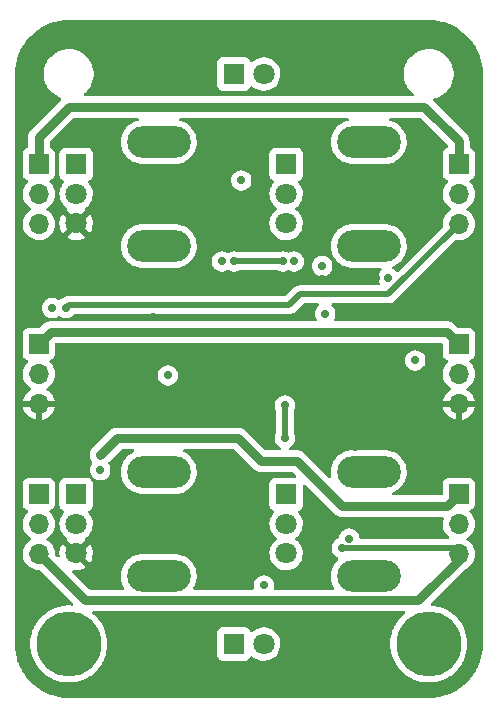
<source format=gbr>
%TF.GenerationSoftware,KiCad,Pcbnew,(6.0.9-0)*%
%TF.CreationDate,2024-03-23T11:25:05+01:00*%
%TF.ProjectId,attenuverters,61747465-6e75-4766-9572-746572732e6b,rev?*%
%TF.SameCoordinates,Original*%
%TF.FileFunction,Copper,L4,Bot*%
%TF.FilePolarity,Positive*%
%FSLAX46Y46*%
G04 Gerber Fmt 4.6, Leading zero omitted, Abs format (unit mm)*
G04 Created by KiCad (PCBNEW (6.0.9-0)) date 2024-03-23 11:25:05*
%MOMM*%
%LPD*%
G01*
G04 APERTURE LIST*
%TA.AperFunction,ComponentPad*%
%ADD10R,1.800000X1.800000*%
%TD*%
%TA.AperFunction,ComponentPad*%
%ADD11C,1.800000*%
%TD*%
%TA.AperFunction,ComponentPad*%
%ADD12R,1.700000X1.700000*%
%TD*%
%TA.AperFunction,ComponentPad*%
%ADD13O,1.700000X1.700000*%
%TD*%
%TA.AperFunction,ComponentPad*%
%ADD14O,5.400000X2.700000*%
%TD*%
%TA.AperFunction,ComponentPad*%
%ADD15C,5.500000*%
%TD*%
%TA.AperFunction,ViaPad*%
%ADD16C,0.700000*%
%TD*%
%TA.AperFunction,Conductor*%
%ADD17C,0.500000*%
%TD*%
%TA.AperFunction,Conductor*%
%ADD18C,0.800000*%
%TD*%
G04 APERTURE END LIST*
D10*
%TO.P,D2,1,KA*%
%TO.N,Net-(D2-Pad1)*%
X19050000Y-53340000D03*
D11*
%TO.P,D2,2,AK*%
%TO.N,Net-(D2-Pad2)*%
X21590000Y-53340000D03*
%TD*%
D10*
%TO.P,D1,1,KA*%
%TO.N,Net-(D1-Pad1)*%
X19050000Y-5080000D03*
D11*
%TO.P,D1,2,AK*%
%TO.N,Net-(D1-Pad2)*%
X21590000Y-5080000D03*
%TD*%
D12*
%TO.P,J1,1,Pin_1*%
%TO.N,/In1*%
X2540000Y-12700000D03*
D13*
%TO.P,J1,2,Pin_2*%
%TO.N,/GND*%
X2540000Y-15240000D03*
%TO.P,J1,3,Pin_3*%
%TO.N,/Out1*%
X2540000Y-17780000D03*
%TD*%
D14*
%TO.P,RV3,0,ShieldPin*%
%TO.N,/GND*%
X30480000Y-19640000D03*
X30480000Y-10840000D03*
D10*
%TO.P,RV3,1,1*%
%TO.N,Net-(R5-Pad2)*%
X23480000Y-12740000D03*
D11*
%TO.P,RV3,2,2*%
%TO.N,Net-(R9-Pad2)*%
X23480000Y-15240000D03*
%TO.P,RV3,3,3*%
%TO.N,Net-(R6-Pad1)*%
X23480000Y-17740000D03*
%TD*%
D14*
%TO.P,RV1,0,ShieldPin*%
%TO.N,/GND*%
X12700000Y-19640000D03*
X12700000Y-10840000D03*
D10*
%TO.P,RV1,1,1*%
%TO.N,/In1*%
X5700000Y-12740000D03*
D11*
%TO.P,RV1,2,2*%
%TO.N,Net-(RV1-Pad2)*%
X5700000Y-15240000D03*
%TO.P,RV1,3,3*%
%TO.N,/+4.5V*%
X5700000Y-17740000D03*
%TD*%
D12*
%TO.P,J2,1,Pin_1*%
%TO.N,/+9V*%
X2540000Y-27940000D03*
D13*
%TO.P,J2,2,Pin_2*%
%TO.N,/GND*%
X2540000Y-30480000D03*
%TO.P,J2,3,Pin_3*%
%TO.N,/+4.5V*%
X2540000Y-33020000D03*
%TD*%
D12*
%TO.P,J6,1,Pin_1*%
%TO.N,/In2*%
X2540000Y-40640000D03*
D13*
%TO.P,J6,2,Pin_2*%
%TO.N,/GND*%
X2540000Y-43180000D03*
%TO.P,J6,3,Pin_3*%
%TO.N,/Out2*%
X2540000Y-45720000D03*
%TD*%
D14*
%TO.P,RV2,0,ShieldPin*%
%TO.N,/GND*%
X12700000Y-38780000D03*
X12700000Y-47580000D03*
D10*
%TO.P,RV2,1,1*%
%TO.N,/In2*%
X5700000Y-40680000D03*
D11*
%TO.P,RV2,2,2*%
%TO.N,Net-(RV2-Pad2)*%
X5700000Y-43180000D03*
%TO.P,RV2,3,3*%
%TO.N,/+4.5V*%
X5700000Y-45680000D03*
%TD*%
D12*
%TO.P,J5,1,Pin_1*%
%TO.N,/+9V*%
X38100000Y-27940000D03*
D13*
%TO.P,J5,2,Pin_2*%
%TO.N,/GND*%
X38100000Y-30480000D03*
%TO.P,J5,3,Pin_3*%
%TO.N,/+4.5V*%
X38100000Y-33020000D03*
%TD*%
D15*
%TO.P,H1,1,1*%
%TO.N,/GND*%
X35560000Y-53340000D03*
%TD*%
D12*
%TO.P,J3,1,Pin_1*%
%TO.N,/In2*%
X38100000Y-40640000D03*
D13*
%TO.P,J3,2,Pin_2*%
%TO.N,/GND*%
X38100000Y-43180000D03*
%TO.P,J3,3,Pin_3*%
%TO.N,/Out2*%
X38100000Y-45720000D03*
%TD*%
D12*
%TO.P,J4,1,Pin_1*%
%TO.N,/In1*%
X38100000Y-12700000D03*
D13*
%TO.P,J4,2,Pin_2*%
%TO.N,/GND*%
X38100000Y-15240000D03*
%TO.P,J4,3,Pin_3*%
%TO.N,/Out1*%
X38100000Y-17780000D03*
%TD*%
D15*
%TO.P,H3,1,1*%
%TO.N,/GND*%
X5080000Y-53340000D03*
%TD*%
D14*
%TO.P,RV4,0,ShieldPin*%
%TO.N,/GND*%
X30480000Y-47580000D03*
X30480000Y-38780000D03*
D10*
%TO.P,RV4,1,1*%
%TO.N,Net-(R7-Pad1)*%
X23480000Y-40680000D03*
D11*
%TO.P,RV4,2,2*%
%TO.N,Net-(R11-Pad2)*%
X23480000Y-43180000D03*
%TO.P,RV4,3,3*%
%TO.N,Net-(R8-Pad1)*%
X23480000Y-45680000D03*
%TD*%
D16*
%TO.N,Net-(C1-Pad1)*%
X19050000Y-20955000D03*
X23230497Y-20955000D03*
%TO.N,/+9V*%
X13041500Y-26924000D03*
X23368000Y-35941000D03*
X23368000Y-33147000D03*
%TO.N,/GND*%
X34417000Y-29337000D03*
X32131000Y-22352000D03*
X28829000Y-44412500D03*
X26797000Y-25400000D03*
X18034000Y-20955000D03*
X21590000Y-48387000D03*
X13462000Y-30607000D03*
X19685000Y-14097000D03*
X3683000Y-24892000D03*
X24130000Y-20955000D03*
X26543000Y-21336000D03*
X7747000Y-38608000D03*
%TO.N,/+4.5V*%
X12192000Y-25654000D03*
X26543000Y-22479000D03*
X31115000Y-22352000D03*
X14732000Y-30607000D03*
X28321000Y-36703000D03*
X29337000Y-36703000D03*
%TO.N,/Out1*%
X4826000Y-24892000D03*
%TO.N,/In2*%
X7747000Y-37338000D03*
%TO.N,/Out2*%
X28194000Y-45212000D03*
%TD*%
D17*
%TO.N,Net-(C1-Pad1)*%
X23230497Y-20955000D02*
X19050000Y-20955000D01*
D18*
%TO.N,/+9V*%
X2540000Y-27940000D02*
X3556000Y-26924000D01*
X3556000Y-26924000D02*
X37084000Y-26924000D01*
X37084000Y-26924000D02*
X38100000Y-27940000D01*
D17*
X23368000Y-35941000D02*
X23368000Y-33147000D01*
D18*
%TO.N,/In1*%
X38100000Y-12700000D02*
X38100000Y-10795000D01*
X5080000Y-7874000D02*
X2540000Y-10414000D01*
X38100000Y-10795000D02*
X35179000Y-7874000D01*
X35179000Y-7874000D02*
X5080000Y-7874000D01*
X2540000Y-10414000D02*
X2540000Y-12700000D01*
D17*
%TO.N,/Out1*%
X23749000Y-24638000D02*
X5080000Y-24638000D01*
X32131000Y-23749000D02*
X24638000Y-23749000D01*
X5080000Y-24638000D02*
X4826000Y-24892000D01*
X24638000Y-23749000D02*
X23749000Y-24638000D01*
X38100000Y-17780000D02*
X32131000Y-23749000D01*
D18*
%TO.N,/In2*%
X21336000Y-37846000D02*
X19431000Y-35941000D01*
X28194000Y-41656000D02*
X24384000Y-37846000D01*
X38100000Y-40640000D02*
X37084000Y-41656000D01*
X37084000Y-41656000D02*
X28194000Y-41656000D01*
X9144000Y-35941000D02*
X7747000Y-37338000D01*
X19431000Y-35941000D02*
X9144000Y-35941000D01*
X24384000Y-37846000D02*
X21336000Y-37846000D01*
%TO.N,/Out2*%
X2540000Y-45720000D02*
X6477000Y-49657000D01*
X6477000Y-49657000D02*
X34671000Y-49657000D01*
D17*
X37592000Y-45212000D02*
X38100000Y-45720000D01*
D18*
X38100000Y-46228000D02*
X38100000Y-45720000D01*
X34671000Y-49657000D02*
X38100000Y-46228000D01*
D17*
X28194000Y-45212000D02*
X37592000Y-45212000D01*
%TD*%
%TA.AperFunction,Conductor*%
%TO.N,/+4.5V*%
G36*
X35530018Y-510000D02*
G01*
X35544851Y-512310D01*
X35544855Y-512310D01*
X35553724Y-513691D01*
X35574183Y-511016D01*
X35596008Y-510072D01*
X35952937Y-525656D01*
X35963886Y-526614D01*
X36348379Y-577233D01*
X36359205Y-579142D01*
X36737822Y-663080D01*
X36748439Y-665925D01*
X36918702Y-719608D01*
X37118302Y-782542D01*
X37128615Y-786295D01*
X37486932Y-934715D01*
X37496876Y-939353D01*
X37840867Y-1118423D01*
X37850387Y-1123919D01*
X38177468Y-1332292D01*
X38186472Y-1338597D01*
X38494138Y-1574678D01*
X38502558Y-1581743D01*
X38788483Y-1843744D01*
X38796256Y-1851517D01*
X39058257Y-2137442D01*
X39065322Y-2145862D01*
X39301403Y-2453528D01*
X39307708Y-2462532D01*
X39516081Y-2789613D01*
X39521576Y-2799132D01*
X39653193Y-3051964D01*
X39700643Y-3143115D01*
X39705285Y-3153068D01*
X39827895Y-3449074D01*
X39853702Y-3511377D01*
X39857458Y-3521698D01*
X39904807Y-3671869D01*
X39974075Y-3891561D01*
X39976920Y-3902178D01*
X40060858Y-4280795D01*
X40062767Y-4291621D01*
X40113386Y-4676114D01*
X40114344Y-4687063D01*
X40125521Y-4943049D01*
X40129603Y-5036552D01*
X40128223Y-5061429D01*
X40126309Y-5073724D01*
X40127473Y-5082626D01*
X40127473Y-5082628D01*
X40130436Y-5105283D01*
X40131500Y-5121621D01*
X40131500Y-53290633D01*
X40130000Y-53310018D01*
X40127690Y-53324851D01*
X40127690Y-53324855D01*
X40126309Y-53333724D01*
X40128984Y-53354183D01*
X40129928Y-53376012D01*
X40114344Y-53732936D01*
X40113386Y-53743886D01*
X40062767Y-54128379D01*
X40060858Y-54139205D01*
X39976920Y-54517822D01*
X39974075Y-54528439D01*
X39934607Y-54653616D01*
X39904691Y-54748500D01*
X39857461Y-54898294D01*
X39853705Y-54908615D01*
X39799200Y-55040203D01*
X39705289Y-55266923D01*
X39700647Y-55276876D01*
X39544815Y-55576227D01*
X39521577Y-55620867D01*
X39516081Y-55630387D01*
X39307708Y-55957468D01*
X39301403Y-55966472D01*
X39065322Y-56274138D01*
X39058257Y-56282558D01*
X38800858Y-56563461D01*
X38796256Y-56568483D01*
X38788487Y-56576252D01*
X38732699Y-56627372D01*
X38502558Y-56838257D01*
X38494138Y-56845322D01*
X38186472Y-57081403D01*
X38177468Y-57087708D01*
X37850387Y-57296081D01*
X37840868Y-57301576D01*
X37496876Y-57480647D01*
X37486932Y-57485285D01*
X37128615Y-57633705D01*
X37118302Y-57637458D01*
X36918702Y-57700392D01*
X36748439Y-57754075D01*
X36737822Y-57756920D01*
X36359205Y-57840858D01*
X36348379Y-57842767D01*
X35963886Y-57893386D01*
X35952937Y-57894344D01*
X35603446Y-57909603D01*
X35578571Y-57908223D01*
X35566276Y-57906309D01*
X35557374Y-57907473D01*
X35557372Y-57907473D01*
X35542323Y-57909441D01*
X35534714Y-57910436D01*
X35518379Y-57911500D01*
X5129367Y-57911500D01*
X5109982Y-57910000D01*
X5095149Y-57907690D01*
X5095145Y-57907690D01*
X5086276Y-57906309D01*
X5065817Y-57908984D01*
X5043992Y-57909928D01*
X4687063Y-57894344D01*
X4676114Y-57893386D01*
X4291621Y-57842767D01*
X4280795Y-57840858D01*
X3902178Y-57756920D01*
X3891561Y-57754075D01*
X3721298Y-57700392D01*
X3521698Y-57637458D01*
X3511385Y-57633705D01*
X3153068Y-57485285D01*
X3143124Y-57480647D01*
X2799132Y-57301576D01*
X2789613Y-57296081D01*
X2462532Y-57087708D01*
X2453528Y-57081403D01*
X2145862Y-56845322D01*
X2137442Y-56838257D01*
X1907301Y-56627372D01*
X1851513Y-56576252D01*
X1843744Y-56568483D01*
X1839143Y-56563461D01*
X1581743Y-56282558D01*
X1574678Y-56274138D01*
X1338597Y-55966472D01*
X1332292Y-55957468D01*
X1123919Y-55630387D01*
X1118423Y-55620867D01*
X1095185Y-55576227D01*
X939353Y-55276876D01*
X934711Y-55266923D01*
X840801Y-55040203D01*
X786295Y-54908615D01*
X782539Y-54898294D01*
X735310Y-54748500D01*
X705393Y-54653616D01*
X665925Y-54528439D01*
X663080Y-54517822D01*
X579142Y-54139205D01*
X577233Y-54128379D01*
X526614Y-53743886D01*
X525656Y-53732936D01*
X510561Y-53387208D01*
X512188Y-53360805D01*
X512769Y-53357352D01*
X512770Y-53357345D01*
X513576Y-53352552D01*
X513729Y-53340000D01*
X509773Y-53312376D01*
X508500Y-53294514D01*
X508500Y-45686695D01*
X1177251Y-45686695D01*
X1177548Y-45691848D01*
X1177548Y-45691851D01*
X1188866Y-45888132D01*
X1190110Y-45909715D01*
X1191247Y-45914761D01*
X1191248Y-45914767D01*
X1210290Y-45999260D01*
X1239222Y-46127639D01*
X1323266Y-46334616D01*
X1325965Y-46339020D01*
X1436025Y-46518622D01*
X1439987Y-46525088D01*
X1586250Y-46693938D01*
X1668824Y-46762492D01*
X1750043Y-46829921D01*
X1758126Y-46836632D01*
X1951000Y-46949338D01*
X2159692Y-47029030D01*
X2164760Y-47030061D01*
X2164763Y-47030062D01*
X2272379Y-47051957D01*
X2378597Y-47073567D01*
X2383772Y-47073757D01*
X2383774Y-47073757D01*
X2568043Y-47080514D01*
X2635385Y-47102999D01*
X2652521Y-47117334D01*
X5407318Y-49872131D01*
X5441344Y-49934443D01*
X5436279Y-50005258D01*
X5393732Y-50062094D01*
X5327212Y-50086905D01*
X5304399Y-50086465D01*
X5284985Y-50084322D01*
X5265543Y-50082175D01*
X5265538Y-50082175D01*
X5262162Y-50081802D01*
X5258763Y-50081796D01*
X5258762Y-50081796D01*
X5092289Y-50081506D01*
X4909213Y-50081186D01*
X4778206Y-50095187D01*
X4561646Y-50118330D01*
X4561640Y-50118331D01*
X4558262Y-50118692D01*
X4213414Y-50193881D01*
X3878704Y-50305873D01*
X3558047Y-50453359D01*
X3255194Y-50634613D01*
X2973687Y-50847515D01*
X2716820Y-51089574D01*
X2487598Y-51357959D01*
X2288702Y-51649530D01*
X2281886Y-51662295D01*
X2134537Y-51938255D01*
X2122458Y-51960876D01*
X2121183Y-51964048D01*
X2121181Y-51964052D01*
X1992919Y-52283117D01*
X1990813Y-52288355D01*
X1989894Y-52291623D01*
X1989892Y-52291630D01*
X1931562Y-52499144D01*
X1895304Y-52628136D01*
X1894743Y-52631489D01*
X1894742Y-52631493D01*
X1888668Y-52667793D01*
X1837051Y-52976245D01*
X1816734Y-53328609D01*
X1816906Y-53332004D01*
X1816906Y-53332005D01*
X1817557Y-53344860D01*
X1834591Y-53681106D01*
X1835128Y-53684461D01*
X1835129Y-53684467D01*
X1850240Y-53778807D01*
X1890412Y-54029613D01*
X1983546Y-54370053D01*
X2112903Y-54698443D01*
X2114486Y-54701458D01*
X2275384Y-55007926D01*
X2275389Y-55007934D01*
X2276968Y-55010942D01*
X2278862Y-55013760D01*
X2278867Y-55013769D01*
X2298518Y-55043012D01*
X2473824Y-55303895D01*
X2701167Y-55573873D01*
X2703627Y-55576224D01*
X2703630Y-55576227D01*
X2953875Y-55815366D01*
X2953882Y-55815372D01*
X2956338Y-55817719D01*
X3236351Y-56032581D01*
X3239269Y-56034355D01*
X3535017Y-56214173D01*
X3535022Y-56214176D01*
X3537932Y-56215945D01*
X3541020Y-56217391D01*
X3541019Y-56217391D01*
X3854468Y-56364222D01*
X3854478Y-56364226D01*
X3857552Y-56365666D01*
X3860770Y-56366768D01*
X3860773Y-56366769D01*
X4188241Y-56478887D01*
X4188245Y-56478888D01*
X4191472Y-56479993D01*
X4194802Y-56480743D01*
X4194811Y-56480746D01*
X4438164Y-56535587D01*
X4535786Y-56557587D01*
X4539171Y-56557973D01*
X4539179Y-56557974D01*
X4883083Y-56597157D01*
X4883091Y-56597157D01*
X4886466Y-56597542D01*
X4889870Y-56597560D01*
X4889873Y-56597560D01*
X5081627Y-56598564D01*
X5239411Y-56599390D01*
X5242797Y-56599040D01*
X5242799Y-56599040D01*
X5587098Y-56563461D01*
X5587107Y-56563460D01*
X5590490Y-56563110D01*
X5593823Y-56562396D01*
X5593826Y-56562395D01*
X5763692Y-56525979D01*
X5935598Y-56489125D01*
X6270697Y-56378301D01*
X6591867Y-56231936D01*
X6685405Y-56176397D01*
X6892407Y-56053489D01*
X6892412Y-56053486D01*
X6895352Y-56051740D01*
X6920870Y-56032581D01*
X7174867Y-55841874D01*
X7177600Y-55839822D01*
X7435310Y-55598661D01*
X7665468Y-55331078D01*
X7865380Y-55040203D01*
X7866992Y-55037209D01*
X7866997Y-55037201D01*
X7989092Y-54810445D01*
X8032709Y-54729440D01*
X8165498Y-54402422D01*
X8173816Y-54373223D01*
X8198054Y-54288134D01*
X17641500Y-54288134D01*
X17648255Y-54350316D01*
X17699385Y-54486705D01*
X17786739Y-54603261D01*
X17903295Y-54690615D01*
X18039684Y-54741745D01*
X18101866Y-54748500D01*
X19998134Y-54748500D01*
X20060316Y-54741745D01*
X20196705Y-54690615D01*
X20313261Y-54603261D01*
X20400615Y-54486705D01*
X20425180Y-54421178D01*
X20467822Y-54364414D01*
X20534383Y-54339714D01*
X20603732Y-54354921D01*
X20623647Y-54368464D01*
X20688724Y-54422492D01*
X20779349Y-54497730D01*
X20979322Y-54614584D01*
X21195694Y-54697209D01*
X21200760Y-54698240D01*
X21200761Y-54698240D01*
X21201759Y-54698443D01*
X21422656Y-54743385D01*
X21552089Y-54748131D01*
X21648949Y-54751683D01*
X21648953Y-54751683D01*
X21654113Y-54751872D01*
X21659233Y-54751216D01*
X21659235Y-54751216D01*
X21733166Y-54741745D01*
X21883847Y-54722442D01*
X21888795Y-54720957D01*
X21888802Y-54720956D01*
X22100747Y-54657369D01*
X22105690Y-54655886D01*
X22186236Y-54616427D01*
X22309049Y-54556262D01*
X22309052Y-54556260D01*
X22313684Y-54553991D01*
X22502243Y-54419494D01*
X22666303Y-54256005D01*
X22801458Y-54067917D01*
X22818764Y-54032902D01*
X22901784Y-53864922D01*
X22901785Y-53864920D01*
X22904078Y-53860280D01*
X22971408Y-53638671D01*
X23001640Y-53409041D01*
X23001722Y-53405691D01*
X23003245Y-53343365D01*
X23003245Y-53343361D01*
X23003327Y-53340000D01*
X22997032Y-53263434D01*
X22984773Y-53114318D01*
X22984772Y-53114312D01*
X22984349Y-53109167D01*
X22927925Y-52884533D01*
X22835570Y-52672131D01*
X22709764Y-52477665D01*
X22553887Y-52306358D01*
X22549836Y-52303159D01*
X22549832Y-52303155D01*
X22376177Y-52166011D01*
X22376172Y-52166008D01*
X22372123Y-52162810D01*
X22367607Y-52160317D01*
X22367604Y-52160315D01*
X22173879Y-52053373D01*
X22173875Y-52053371D01*
X22169355Y-52050876D01*
X22164486Y-52049152D01*
X22164482Y-52049150D01*
X21955903Y-51975288D01*
X21955899Y-51975287D01*
X21951028Y-51973562D01*
X21945935Y-51972655D01*
X21945932Y-51972654D01*
X21728095Y-51933851D01*
X21728089Y-51933850D01*
X21723006Y-51932945D01*
X21650096Y-51932054D01*
X21496581Y-51930179D01*
X21496579Y-51930179D01*
X21491411Y-51930116D01*
X21262464Y-51965150D01*
X21042314Y-52037106D01*
X21037726Y-52039494D01*
X21037722Y-52039496D01*
X20841461Y-52141663D01*
X20836872Y-52144052D01*
X20832739Y-52147155D01*
X20832736Y-52147157D01*
X20760088Y-52201703D01*
X20651655Y-52283117D01*
X20639368Y-52295975D01*
X20634170Y-52301414D01*
X20572646Y-52336844D01*
X20501733Y-52333387D01*
X20443947Y-52292141D01*
X20425094Y-52258592D01*
X20403768Y-52201705D01*
X20403767Y-52201703D01*
X20400615Y-52193295D01*
X20313261Y-52076739D01*
X20196705Y-51989385D01*
X20060316Y-51938255D01*
X19998134Y-51931500D01*
X18101866Y-51931500D01*
X18039684Y-51938255D01*
X17903295Y-51989385D01*
X17786739Y-52076739D01*
X17699385Y-52193295D01*
X17648255Y-52329684D01*
X17641500Y-52391866D01*
X17641500Y-54288134D01*
X8198054Y-54288134D01*
X8242007Y-54133833D01*
X8262191Y-54062976D01*
X8321659Y-53715073D01*
X8323945Y-53677711D01*
X8343096Y-53364580D01*
X8343206Y-53362782D01*
X8343269Y-53344860D01*
X8343280Y-53341819D01*
X8343280Y-53341806D01*
X8343286Y-53340000D01*
X8324199Y-52987567D01*
X8267161Y-52639257D01*
X8172839Y-52299145D01*
X8169849Y-52291630D01*
X8043597Y-51974372D01*
X8042338Y-51971208D01*
X7877182Y-51659283D01*
X7870579Y-51649530D01*
X7681211Y-51369834D01*
X7681204Y-51369825D01*
X7679305Y-51367020D01*
X7677109Y-51364430D01*
X7677104Y-51364424D01*
X7588715Y-51260201D01*
X7451021Y-51097837D01*
X7195001Y-50854883D01*
X7112099Y-50791729D01*
X7070033Y-50734538D01*
X7065564Y-50663682D01*
X7100112Y-50601658D01*
X7162708Y-50568159D01*
X7188455Y-50565500D01*
X33451092Y-50565500D01*
X33519213Y-50585502D01*
X33565706Y-50639158D01*
X33575810Y-50709432D01*
X33546316Y-50774012D01*
X33527096Y-50791995D01*
X33456421Y-50845446D01*
X33456409Y-50845456D01*
X33453687Y-50847515D01*
X33196820Y-51089574D01*
X32967598Y-51357959D01*
X32768702Y-51649530D01*
X32761886Y-51662295D01*
X32614537Y-51938255D01*
X32602458Y-51960876D01*
X32601183Y-51964048D01*
X32601181Y-51964052D01*
X32472919Y-52283117D01*
X32470813Y-52288355D01*
X32469894Y-52291623D01*
X32469892Y-52291630D01*
X32411562Y-52499144D01*
X32375304Y-52628136D01*
X32374743Y-52631489D01*
X32374742Y-52631493D01*
X32368668Y-52667793D01*
X32317051Y-52976245D01*
X32296734Y-53328609D01*
X32296906Y-53332004D01*
X32296906Y-53332005D01*
X32297557Y-53344860D01*
X32314591Y-53681106D01*
X32315128Y-53684461D01*
X32315129Y-53684467D01*
X32330240Y-53778807D01*
X32370412Y-54029613D01*
X32463546Y-54370053D01*
X32592903Y-54698443D01*
X32594486Y-54701458D01*
X32755384Y-55007926D01*
X32755389Y-55007934D01*
X32756968Y-55010942D01*
X32758862Y-55013760D01*
X32758867Y-55013769D01*
X32778518Y-55043012D01*
X32953824Y-55303895D01*
X33181167Y-55573873D01*
X33183627Y-55576224D01*
X33183630Y-55576227D01*
X33433875Y-55815366D01*
X33433882Y-55815372D01*
X33436338Y-55817719D01*
X33716351Y-56032581D01*
X33719269Y-56034355D01*
X34015017Y-56214173D01*
X34015022Y-56214176D01*
X34017932Y-56215945D01*
X34021020Y-56217391D01*
X34021019Y-56217391D01*
X34334468Y-56364222D01*
X34334478Y-56364226D01*
X34337552Y-56365666D01*
X34340770Y-56366768D01*
X34340773Y-56366769D01*
X34668241Y-56478887D01*
X34668245Y-56478888D01*
X34671472Y-56479993D01*
X34674802Y-56480743D01*
X34674811Y-56480746D01*
X34918164Y-56535587D01*
X35015786Y-56557587D01*
X35019171Y-56557973D01*
X35019179Y-56557974D01*
X35363083Y-56597157D01*
X35363091Y-56597157D01*
X35366466Y-56597542D01*
X35369870Y-56597560D01*
X35369873Y-56597560D01*
X35561627Y-56598564D01*
X35719411Y-56599390D01*
X35722797Y-56599040D01*
X35722799Y-56599040D01*
X36067098Y-56563461D01*
X36067107Y-56563460D01*
X36070490Y-56563110D01*
X36073823Y-56562396D01*
X36073826Y-56562395D01*
X36243692Y-56525979D01*
X36415598Y-56489125D01*
X36750697Y-56378301D01*
X37071867Y-56231936D01*
X37165405Y-56176397D01*
X37372407Y-56053489D01*
X37372412Y-56053486D01*
X37375352Y-56051740D01*
X37400870Y-56032581D01*
X37654867Y-55841874D01*
X37657600Y-55839822D01*
X37915310Y-55598661D01*
X38145468Y-55331078D01*
X38345380Y-55040203D01*
X38346992Y-55037209D01*
X38346997Y-55037201D01*
X38469092Y-54810445D01*
X38512709Y-54729440D01*
X38645498Y-54402422D01*
X38653816Y-54373223D01*
X38722007Y-54133833D01*
X38742191Y-54062976D01*
X38801659Y-53715073D01*
X38803945Y-53677711D01*
X38823096Y-53364580D01*
X38823206Y-53362782D01*
X38823269Y-53344860D01*
X38823280Y-53341819D01*
X38823280Y-53341806D01*
X38823286Y-53340000D01*
X38804199Y-52987567D01*
X38747161Y-52639257D01*
X38652839Y-52299145D01*
X38649849Y-52291630D01*
X38523597Y-51974372D01*
X38522338Y-51971208D01*
X38357182Y-51659283D01*
X38350579Y-51649530D01*
X38161211Y-51369834D01*
X38161204Y-51369825D01*
X38159305Y-51367020D01*
X38157109Y-51364430D01*
X38157104Y-51364424D01*
X38068715Y-51260201D01*
X37931021Y-51097837D01*
X37675001Y-50854883D01*
X37672294Y-50852821D01*
X37672286Y-50852814D01*
X37424013Y-50663682D01*
X37394239Y-50641000D01*
X37092020Y-50458689D01*
X37088930Y-50457255D01*
X37088925Y-50457252D01*
X36931950Y-50384387D01*
X36771879Y-50310085D01*
X36768654Y-50308993D01*
X36768648Y-50308991D01*
X36440798Y-50198020D01*
X36440793Y-50198018D01*
X36437562Y-50196925D01*
X36423832Y-50193881D01*
X36354730Y-50178562D01*
X36092979Y-50120533D01*
X35812813Y-50089602D01*
X35747299Y-50062246D01*
X35706975Y-50003812D01*
X35704643Y-49932854D01*
X35737545Y-49875268D01*
X38634024Y-46978789D01*
X38667685Y-46954734D01*
X38797994Y-46890896D01*
X38979860Y-46761173D01*
X38987737Y-46753324D01*
X39134435Y-46607137D01*
X39138096Y-46603489D01*
X39197594Y-46520689D01*
X39265435Y-46426277D01*
X39268453Y-46422077D01*
X39275452Y-46407917D01*
X39365136Y-46226453D01*
X39365137Y-46226451D01*
X39367430Y-46221811D01*
X39405168Y-46097600D01*
X39430865Y-46013023D01*
X39430865Y-46013021D01*
X39432370Y-46008069D01*
X39461529Y-45786590D01*
X39461877Y-45772349D01*
X39463074Y-45723365D01*
X39463074Y-45723361D01*
X39463156Y-45720000D01*
X39444852Y-45497361D01*
X39390431Y-45280702D01*
X39301354Y-45075840D01*
X39180014Y-44888277D01*
X39029670Y-44723051D01*
X39025619Y-44719852D01*
X39025615Y-44719848D01*
X38858414Y-44587800D01*
X38858410Y-44587798D01*
X38854359Y-44584598D01*
X38813053Y-44561796D01*
X38763084Y-44511364D01*
X38748312Y-44441921D01*
X38773428Y-44375516D01*
X38800780Y-44348909D01*
X38869875Y-44299624D01*
X38979860Y-44221173D01*
X39138096Y-44063489D01*
X39143715Y-44055670D01*
X39265435Y-43886277D01*
X39268453Y-43882077D01*
X39323353Y-43770996D01*
X39365136Y-43686453D01*
X39365137Y-43686451D01*
X39367430Y-43681811D01*
X39432370Y-43468069D01*
X39461529Y-43246590D01*
X39463156Y-43180000D01*
X39444852Y-42957361D01*
X39390431Y-42740702D01*
X39301354Y-42535840D01*
X39222062Y-42413273D01*
X39182822Y-42352617D01*
X39182820Y-42352614D01*
X39180014Y-42348277D01*
X39163143Y-42329736D01*
X39032798Y-42186488D01*
X39001746Y-42122642D01*
X39010141Y-42052143D01*
X39055317Y-41997375D01*
X39081761Y-41983706D01*
X39188297Y-41943767D01*
X39196705Y-41940615D01*
X39313261Y-41853261D01*
X39400615Y-41736705D01*
X39451745Y-41600316D01*
X39458500Y-41538134D01*
X39458500Y-39741866D01*
X39451745Y-39679684D01*
X39400615Y-39543295D01*
X39313261Y-39426739D01*
X39196705Y-39339385D01*
X39060316Y-39288255D01*
X38998134Y-39281500D01*
X37201866Y-39281500D01*
X37139684Y-39288255D01*
X37003295Y-39339385D01*
X36886739Y-39426739D01*
X36799385Y-39543295D01*
X36748255Y-39679684D01*
X36741500Y-39741866D01*
X36741500Y-40621500D01*
X36721498Y-40689621D01*
X36667842Y-40736114D01*
X36615500Y-40747500D01*
X32571010Y-40747500D01*
X32502889Y-40727498D01*
X32456396Y-40673842D01*
X32446292Y-40603568D01*
X32475786Y-40538988D01*
X32526370Y-40503673D01*
X32610314Y-40471870D01*
X32610323Y-40471866D01*
X32614588Y-40470250D01*
X32850368Y-40339286D01*
X33064773Y-40175657D01*
X33253312Y-39982792D01*
X33412034Y-39764730D01*
X33496653Y-39603895D01*
X33535490Y-39530079D01*
X33535493Y-39530073D01*
X33537615Y-39526039D01*
X33571891Y-39428980D01*
X33625902Y-39276033D01*
X33625902Y-39276032D01*
X33627425Y-39271720D01*
X33679581Y-39007100D01*
X33688782Y-38822277D01*
X33692764Y-38742292D01*
X33692764Y-38742286D01*
X33692991Y-38737723D01*
X33667375Y-38469231D01*
X33663138Y-38451913D01*
X33604355Y-38211688D01*
X33603269Y-38207250D01*
X33502015Y-37957267D01*
X33365735Y-37724518D01*
X33245708Y-37574432D01*
X33200136Y-37517447D01*
X33200135Y-37517445D01*
X33197284Y-37513881D01*
X33000191Y-37329766D01*
X32778584Y-37176032D01*
X32774501Y-37174001D01*
X32774498Y-37173999D01*
X32605226Y-37089788D01*
X32537106Y-37055899D01*
X32532772Y-37054478D01*
X32532769Y-37054477D01*
X32285147Y-36973302D01*
X32285141Y-36973301D01*
X32280814Y-36971882D01*
X32276322Y-36971102D01*
X32018860Y-36926399D01*
X32018852Y-36926398D01*
X32015079Y-36925743D01*
X32003817Y-36925182D01*
X31931422Y-36921578D01*
X31931414Y-36921578D01*
X31929851Y-36921500D01*
X29061488Y-36921500D01*
X29059220Y-36921665D01*
X29059208Y-36921665D01*
X28928116Y-36931177D01*
X28860996Y-36936047D01*
X28856541Y-36937031D01*
X28856538Y-36937031D01*
X28602088Y-36993209D01*
X28602084Y-36993210D01*
X28597628Y-36994194D01*
X28557411Y-37009431D01*
X28349682Y-37088132D01*
X28349679Y-37088133D01*
X28345412Y-37089750D01*
X28109632Y-37220714D01*
X27895227Y-37384343D01*
X27706688Y-37577208D01*
X27547966Y-37795270D01*
X27545844Y-37799304D01*
X27424510Y-38029921D01*
X27424507Y-38029927D01*
X27422385Y-38033961D01*
X27420865Y-38038266D01*
X27420863Y-38038270D01*
X27345680Y-38251170D01*
X27332575Y-38288280D01*
X27331692Y-38292762D01*
X27283104Y-38539278D01*
X27280419Y-38552900D01*
X27280192Y-38557453D01*
X27280192Y-38557456D01*
X27268429Y-38793754D01*
X27267009Y-38822277D01*
X27292625Y-39090769D01*
X27293710Y-39095203D01*
X27293711Y-39095209D01*
X27308343Y-39155003D01*
X27305106Y-39225925D01*
X27264038Y-39283839D01*
X27198180Y-39310356D01*
X27128440Y-39297059D01*
X27096859Y-39274046D01*
X25083981Y-37261168D01*
X25071140Y-37246135D01*
X25066746Y-37240087D01*
X25066745Y-37240086D01*
X25062866Y-37234747D01*
X25012041Y-37188984D01*
X25007256Y-37184443D01*
X24992741Y-37169928D01*
X24985282Y-37163888D01*
X24976784Y-37157006D01*
X24971769Y-37152722D01*
X24925855Y-37111381D01*
X24925850Y-37111377D01*
X24920944Y-37106960D01*
X24915228Y-37103660D01*
X24915224Y-37103657D01*
X24908763Y-37099927D01*
X24892466Y-37088727D01*
X24886660Y-37084025D01*
X24886658Y-37084024D01*
X24881530Y-37079871D01*
X24820577Y-37048814D01*
X24814782Y-37045667D01*
X24761279Y-37014777D01*
X24761278Y-37014776D01*
X24755556Y-37011473D01*
X24749274Y-37009432D01*
X24749272Y-37009431D01*
X24742174Y-37007125D01*
X24723907Y-36999559D01*
X24711370Y-36993171D01*
X24645299Y-36975467D01*
X24638997Y-36973600D01*
X24573928Y-36952458D01*
X24567363Y-36951768D01*
X24567354Y-36951766D01*
X24559925Y-36950985D01*
X24540491Y-36947383D01*
X24533286Y-36945453D01*
X24533284Y-36945453D01*
X24526903Y-36943743D01*
X24520312Y-36943398D01*
X24520308Y-36943397D01*
X24458616Y-36940164D01*
X24452042Y-36939647D01*
X24434884Y-36937844D01*
X24434882Y-36937844D01*
X24431610Y-36937500D01*
X24411074Y-36937500D01*
X24404480Y-36937327D01*
X24342782Y-36934093D01*
X24342777Y-36934093D01*
X24336190Y-36933748D01*
X24322292Y-36935949D01*
X24302583Y-36937500D01*
X23833311Y-36937500D01*
X23765190Y-36917498D01*
X23718697Y-36863842D01*
X23708593Y-36793568D01*
X23738087Y-36728988D01*
X23782063Y-36696393D01*
X23793582Y-36691265D01*
X23793589Y-36691261D01*
X23799615Y-36688578D01*
X23945613Y-36582504D01*
X24066367Y-36448393D01*
X24156599Y-36292107D01*
X24212365Y-36120475D01*
X24231229Y-35941000D01*
X24212365Y-35761525D01*
X24156599Y-35589893D01*
X24143380Y-35566998D01*
X24126500Y-35503999D01*
X24126500Y-33584001D01*
X24143380Y-33521002D01*
X24156599Y-33498107D01*
X24212365Y-33326475D01*
X24215977Y-33292115D01*
X24216413Y-33287966D01*
X36768257Y-33287966D01*
X36798565Y-33422446D01*
X36801645Y-33432275D01*
X36881770Y-33629603D01*
X36886413Y-33638794D01*
X36997694Y-33820388D01*
X37003777Y-33828699D01*
X37143213Y-33989667D01*
X37150580Y-33996883D01*
X37314434Y-34132916D01*
X37322881Y-34138831D01*
X37506756Y-34246279D01*
X37516042Y-34250729D01*
X37715001Y-34326703D01*
X37724899Y-34329579D01*
X37828250Y-34350606D01*
X37842299Y-34349410D01*
X37846000Y-34339065D01*
X37846000Y-34338517D01*
X38354000Y-34338517D01*
X38358064Y-34352359D01*
X38371478Y-34354393D01*
X38378184Y-34353534D01*
X38388262Y-34351392D01*
X38592255Y-34290191D01*
X38601842Y-34286433D01*
X38793095Y-34192739D01*
X38801945Y-34187464D01*
X38975328Y-34063792D01*
X38983200Y-34057139D01*
X39134052Y-33906812D01*
X39140730Y-33898965D01*
X39265003Y-33726020D01*
X39270313Y-33717183D01*
X39364670Y-33526267D01*
X39368469Y-33516672D01*
X39430377Y-33312910D01*
X39432555Y-33302837D01*
X39433986Y-33291962D01*
X39431775Y-33277778D01*
X39418617Y-33274000D01*
X38372115Y-33274000D01*
X38356876Y-33278475D01*
X38355671Y-33279865D01*
X38354000Y-33287548D01*
X38354000Y-34338517D01*
X37846000Y-34338517D01*
X37846000Y-33292115D01*
X37841525Y-33276876D01*
X37840135Y-33275671D01*
X37832452Y-33274000D01*
X36783225Y-33274000D01*
X36769694Y-33277973D01*
X36768257Y-33287966D01*
X24216413Y-33287966D01*
X24230539Y-33153565D01*
X24231229Y-33147000D01*
X24212365Y-32967525D01*
X24156599Y-32795893D01*
X24066367Y-32639607D01*
X23945613Y-32505496D01*
X23799615Y-32399422D01*
X23793587Y-32396738D01*
X23793585Y-32396737D01*
X23640783Y-32328705D01*
X23640781Y-32328705D01*
X23634752Y-32326020D01*
X23546492Y-32307260D01*
X23464689Y-32289872D01*
X23464685Y-32289872D01*
X23458232Y-32288500D01*
X23277768Y-32288500D01*
X23271315Y-32289872D01*
X23271311Y-32289872D01*
X23189508Y-32307260D01*
X23101248Y-32326020D01*
X23095219Y-32328704D01*
X23095217Y-32328705D01*
X22942416Y-32396737D01*
X22942414Y-32396738D01*
X22936386Y-32399422D01*
X22931045Y-32403302D01*
X22931044Y-32403303D01*
X22795731Y-32501613D01*
X22795729Y-32501615D01*
X22790387Y-32505496D01*
X22669633Y-32639607D01*
X22579401Y-32795893D01*
X22523635Y-32967525D01*
X22504771Y-33147000D01*
X22505461Y-33153565D01*
X22520024Y-33292115D01*
X22523635Y-33326475D01*
X22579401Y-33498107D01*
X22592620Y-33521002D01*
X22609500Y-33584001D01*
X22609500Y-35503999D01*
X22592620Y-35566998D01*
X22579401Y-35589893D01*
X22523635Y-35761525D01*
X22504771Y-35941000D01*
X22523635Y-36120475D01*
X22579401Y-36292107D01*
X22669633Y-36448393D01*
X22790387Y-36582504D01*
X22936385Y-36688578D01*
X22942411Y-36691261D01*
X22942418Y-36691265D01*
X22953937Y-36696393D01*
X23008033Y-36742373D01*
X23028683Y-36810300D01*
X23009331Y-36878608D01*
X22956121Y-36925610D01*
X22902689Y-36937500D01*
X21764503Y-36937500D01*
X21696382Y-36917498D01*
X21675408Y-36900595D01*
X20130981Y-35356168D01*
X20118140Y-35341135D01*
X20113746Y-35335087D01*
X20113745Y-35335086D01*
X20109866Y-35329747D01*
X20059041Y-35283984D01*
X20054256Y-35279443D01*
X20039741Y-35264928D01*
X20032282Y-35258888D01*
X20023784Y-35252006D01*
X20018769Y-35247722D01*
X19972855Y-35206381D01*
X19972850Y-35206377D01*
X19967944Y-35201960D01*
X19962228Y-35198660D01*
X19962224Y-35198657D01*
X19955763Y-35194927D01*
X19939466Y-35183727D01*
X19933660Y-35179025D01*
X19933658Y-35179024D01*
X19928530Y-35174871D01*
X19867577Y-35143814D01*
X19861782Y-35140667D01*
X19808279Y-35109777D01*
X19808278Y-35109776D01*
X19802556Y-35106473D01*
X19796274Y-35104432D01*
X19796272Y-35104431D01*
X19789174Y-35102125D01*
X19770907Y-35094559D01*
X19758370Y-35088171D01*
X19751989Y-35086461D01*
X19733852Y-35081601D01*
X19692299Y-35070467D01*
X19685997Y-35068600D01*
X19620928Y-35047458D01*
X19614363Y-35046768D01*
X19614354Y-35046766D01*
X19606925Y-35045985D01*
X19587491Y-35042383D01*
X19580286Y-35040453D01*
X19580284Y-35040453D01*
X19573903Y-35038743D01*
X19567312Y-35038398D01*
X19567308Y-35038397D01*
X19505616Y-35035164D01*
X19499042Y-35034647D01*
X19481884Y-35032844D01*
X19481882Y-35032844D01*
X19478610Y-35032500D01*
X19458074Y-35032500D01*
X19451480Y-35032327D01*
X19389782Y-35029093D01*
X19389777Y-35029093D01*
X19383190Y-35028748D01*
X19369292Y-35030949D01*
X19349583Y-35032500D01*
X9225416Y-35032500D01*
X9205707Y-35030949D01*
X9191809Y-35028748D01*
X9185222Y-35029093D01*
X9185217Y-35029093D01*
X9123519Y-35032327D01*
X9116925Y-35032500D01*
X9096390Y-35032500D01*
X9090222Y-35033148D01*
X9075960Y-35034647D01*
X9069385Y-35035164D01*
X9007696Y-35038397D01*
X9007695Y-35038397D01*
X9001096Y-35038743D01*
X8987508Y-35042384D01*
X8968061Y-35045988D01*
X8960644Y-35046767D01*
X8960640Y-35046768D01*
X8954072Y-35047458D01*
X8897276Y-35065912D01*
X8889009Y-35068598D01*
X8882685Y-35070471D01*
X8823010Y-35086461D01*
X8823006Y-35086462D01*
X8816630Y-35088171D01*
X8810748Y-35091168D01*
X8804093Y-35094559D01*
X8785826Y-35102125D01*
X8778728Y-35104431D01*
X8778726Y-35104432D01*
X8772444Y-35106473D01*
X8766722Y-35109776D01*
X8766721Y-35109777D01*
X8713218Y-35140667D01*
X8707423Y-35143814D01*
X8646470Y-35174871D01*
X8641342Y-35179024D01*
X8641340Y-35179025D01*
X8635534Y-35183727D01*
X8619237Y-35194927D01*
X8612776Y-35198657D01*
X8612772Y-35198660D01*
X8607056Y-35201960D01*
X8602150Y-35206377D01*
X8602145Y-35206381D01*
X8556231Y-35247722D01*
X8551216Y-35252006D01*
X8542718Y-35258888D01*
X8535259Y-35264928D01*
X8520744Y-35279443D01*
X8515959Y-35283984D01*
X8465134Y-35329747D01*
X8461255Y-35335086D01*
X8461254Y-35335087D01*
X8456860Y-35341135D01*
X8444019Y-35356168D01*
X7070928Y-36729259D01*
X6980871Y-36840470D01*
X6977874Y-36846352D01*
X6977872Y-36846355D01*
X6925089Y-36949950D01*
X6894171Y-37010630D01*
X6892464Y-37017000D01*
X6892463Y-37017003D01*
X6847598Y-37184443D01*
X6844743Y-37195097D01*
X6844398Y-37201689D01*
X6844397Y-37201692D01*
X6837822Y-37327162D01*
X6834748Y-37385810D01*
X6835780Y-37392325D01*
X6835780Y-37392327D01*
X6855597Y-37517447D01*
X6864623Y-37574432D01*
X6881605Y-37618671D01*
X6922236Y-37724518D01*
X6933062Y-37752722D01*
X6936659Y-37758261D01*
X6963313Y-37799304D01*
X7037074Y-37912887D01*
X7047549Y-37923362D01*
X7081575Y-37985674D01*
X7076510Y-38056489D01*
X7056269Y-38089873D01*
X7056934Y-38090356D01*
X7053052Y-38095699D01*
X7048633Y-38100607D01*
X6958401Y-38256893D01*
X6902635Y-38428525D01*
X6901945Y-38435088D01*
X6901945Y-38435089D01*
X6886649Y-38580619D01*
X6883771Y-38608000D01*
X6884461Y-38614565D01*
X6897861Y-38742050D01*
X6902635Y-38787475D01*
X6958401Y-38959107D01*
X7048633Y-39115393D01*
X7169387Y-39249504D01*
X7174729Y-39253385D01*
X7174731Y-39253387D01*
X7288759Y-39336233D01*
X7315385Y-39355578D01*
X7321413Y-39358262D01*
X7321415Y-39358263D01*
X7474217Y-39426295D01*
X7480248Y-39428980D01*
X7568508Y-39447740D01*
X7650311Y-39465128D01*
X7650315Y-39465128D01*
X7656768Y-39466500D01*
X7837232Y-39466500D01*
X7843685Y-39465128D01*
X7843689Y-39465128D01*
X7925492Y-39447740D01*
X8013752Y-39428980D01*
X8019783Y-39426295D01*
X8172585Y-39358263D01*
X8172587Y-39358262D01*
X8178615Y-39355578D01*
X8205241Y-39336233D01*
X8319269Y-39253387D01*
X8319271Y-39253385D01*
X8324613Y-39249504D01*
X8445367Y-39115393D01*
X8535599Y-38959107D01*
X8591365Y-38787475D01*
X8596140Y-38742050D01*
X8609539Y-38614565D01*
X8610229Y-38608000D01*
X8607351Y-38580619D01*
X8592055Y-38435089D01*
X8592055Y-38435088D01*
X8591365Y-38428525D01*
X8535599Y-38256893D01*
X8445367Y-38100607D01*
X8440948Y-38095699D01*
X8437066Y-38090356D01*
X8438378Y-38089403D01*
X8411194Y-38032768D01*
X8419953Y-37962314D01*
X8446451Y-37923362D01*
X9483408Y-36886405D01*
X9545720Y-36852379D01*
X9572503Y-36849500D01*
X10513065Y-36849500D01*
X10581186Y-36869502D01*
X10627679Y-36923158D01*
X10637783Y-36993432D01*
X10608289Y-37058012D01*
X10566927Y-37089176D01*
X10565412Y-37089750D01*
X10329632Y-37220714D01*
X10115227Y-37384343D01*
X9926688Y-37577208D01*
X9767966Y-37795270D01*
X9765844Y-37799304D01*
X9644510Y-38029921D01*
X9644507Y-38029927D01*
X9642385Y-38033961D01*
X9640865Y-38038266D01*
X9640863Y-38038270D01*
X9565680Y-38251170D01*
X9552575Y-38288280D01*
X9551692Y-38292762D01*
X9503104Y-38539278D01*
X9500419Y-38552900D01*
X9500192Y-38557453D01*
X9500192Y-38557456D01*
X9488429Y-38793754D01*
X9487009Y-38822277D01*
X9512625Y-39090769D01*
X9513710Y-39095203D01*
X9513711Y-39095209D01*
X9564537Y-39302918D01*
X9576731Y-39352750D01*
X9677985Y-39602733D01*
X9751606Y-39728469D01*
X9808063Y-39824889D01*
X9814265Y-39835482D01*
X9826202Y-39850408D01*
X9934686Y-39986060D01*
X9982716Y-40046119D01*
X10179809Y-40230234D01*
X10401416Y-40383968D01*
X10405499Y-40385999D01*
X10405502Y-40386001D01*
X10451893Y-40409080D01*
X10642894Y-40504101D01*
X10647228Y-40505522D01*
X10647231Y-40505523D01*
X10894853Y-40586698D01*
X10894859Y-40586699D01*
X10899186Y-40588118D01*
X10903677Y-40588898D01*
X10903678Y-40588898D01*
X11161140Y-40633601D01*
X11161148Y-40633602D01*
X11164921Y-40634257D01*
X11168758Y-40634448D01*
X11248578Y-40638422D01*
X11248586Y-40638422D01*
X11250149Y-40638500D01*
X14118512Y-40638500D01*
X14120780Y-40638335D01*
X14120792Y-40638335D01*
X14251884Y-40628823D01*
X14319004Y-40623953D01*
X14323459Y-40622969D01*
X14323462Y-40622969D01*
X14577912Y-40566791D01*
X14577916Y-40566790D01*
X14582372Y-40565806D01*
X14708480Y-40518028D01*
X14830318Y-40471868D01*
X14830321Y-40471867D01*
X14834588Y-40470250D01*
X15070368Y-40339286D01*
X15284773Y-40175657D01*
X15473312Y-39982792D01*
X15632034Y-39764730D01*
X15716653Y-39603895D01*
X15755490Y-39530079D01*
X15755493Y-39530073D01*
X15757615Y-39526039D01*
X15791891Y-39428980D01*
X15845902Y-39276033D01*
X15845902Y-39276032D01*
X15847425Y-39271720D01*
X15899581Y-39007100D01*
X15908782Y-38822277D01*
X15912764Y-38742292D01*
X15912764Y-38742286D01*
X15912991Y-38737723D01*
X15887375Y-38469231D01*
X15883138Y-38451913D01*
X15824355Y-38211688D01*
X15823269Y-38207250D01*
X15722015Y-37957267D01*
X15585735Y-37724518D01*
X15465708Y-37574432D01*
X15420136Y-37517447D01*
X15420135Y-37517445D01*
X15417284Y-37513881D01*
X15220191Y-37329766D01*
X14998584Y-37176032D01*
X14994501Y-37174001D01*
X14994498Y-37173999D01*
X14822257Y-37088311D01*
X14770176Y-37040061D01*
X14752449Y-36971313D01*
X14774703Y-36903894D01*
X14829875Y-36859210D01*
X14878379Y-36849500D01*
X19002497Y-36849500D01*
X19070618Y-36869502D01*
X19091592Y-36886405D01*
X20636019Y-38430832D01*
X20648860Y-38445865D01*
X20657134Y-38457253D01*
X20707959Y-38503016D01*
X20712744Y-38507557D01*
X20727259Y-38522072D01*
X20729823Y-38524148D01*
X20743216Y-38534994D01*
X20748231Y-38539278D01*
X20794145Y-38580619D01*
X20794150Y-38580623D01*
X20799056Y-38585040D01*
X20804772Y-38588340D01*
X20804776Y-38588343D01*
X20811237Y-38592073D01*
X20827533Y-38603273D01*
X20838470Y-38612129D01*
X20844348Y-38615124D01*
X20844351Y-38615126D01*
X20899426Y-38643188D01*
X20905223Y-38646336D01*
X20958723Y-38677224D01*
X20964444Y-38680527D01*
X20977826Y-38684875D01*
X20996085Y-38692438D01*
X21008630Y-38698830D01*
X21015000Y-38700537D01*
X21015003Y-38700538D01*
X21054074Y-38711007D01*
X21074712Y-38716537D01*
X21081025Y-38718407D01*
X21116803Y-38730032D01*
X21126452Y-38733167D01*
X21146072Y-38739542D01*
X21160075Y-38741014D01*
X21179504Y-38744615D01*
X21193097Y-38748257D01*
X21199694Y-38748603D01*
X21199696Y-38748603D01*
X21261384Y-38751836D01*
X21267958Y-38752353D01*
X21285116Y-38754156D01*
X21285118Y-38754156D01*
X21288390Y-38754500D01*
X21308926Y-38754500D01*
X21315520Y-38754673D01*
X21377218Y-38757907D01*
X21377223Y-38757907D01*
X21383810Y-38758252D01*
X21397708Y-38756051D01*
X21417417Y-38754500D01*
X23955497Y-38754500D01*
X24023618Y-38774502D01*
X24044592Y-38791405D01*
X24309592Y-39056405D01*
X24343618Y-39118717D01*
X24338553Y-39189532D01*
X24296006Y-39246368D01*
X24229486Y-39271179D01*
X24220497Y-39271500D01*
X22531866Y-39271500D01*
X22469684Y-39278255D01*
X22333295Y-39329385D01*
X22216739Y-39416739D01*
X22129385Y-39533295D01*
X22078255Y-39669684D01*
X22071500Y-39731866D01*
X22071500Y-41628134D01*
X22078255Y-41690316D01*
X22129385Y-41826705D01*
X22216739Y-41943261D01*
X22333295Y-42030615D01*
X22341703Y-42033767D01*
X22373022Y-42045508D01*
X22429786Y-42088150D01*
X22454486Y-42154711D01*
X22439279Y-42224060D01*
X22419886Y-42250540D01*
X22381639Y-42290564D01*
X22378725Y-42294836D01*
X22378724Y-42294837D01*
X22363152Y-42317665D01*
X22251119Y-42481899D01*
X22153602Y-42691981D01*
X22091707Y-42915169D01*
X22067095Y-43145469D01*
X22067392Y-43150622D01*
X22067392Y-43150625D01*
X22072925Y-43246590D01*
X22080427Y-43376697D01*
X22081564Y-43381743D01*
X22081565Y-43381749D01*
X22113741Y-43524523D01*
X22131346Y-43602642D01*
X22133288Y-43607424D01*
X22133289Y-43607428D01*
X22211087Y-43799020D01*
X22218484Y-43817237D01*
X22339501Y-44014719D01*
X22491147Y-44189784D01*
X22622990Y-44299242D01*
X22666462Y-44335333D01*
X22706097Y-44394235D01*
X22707595Y-44465216D01*
X22670481Y-44525739D01*
X22661630Y-44533037D01*
X22588693Y-44587800D01*
X22541655Y-44623117D01*
X22381639Y-44790564D01*
X22378725Y-44794836D01*
X22378724Y-44794837D01*
X22363152Y-44817665D01*
X22251119Y-44981899D01*
X22153602Y-45191981D01*
X22091707Y-45415169D01*
X22067095Y-45645469D01*
X22067392Y-45650622D01*
X22067392Y-45650625D01*
X22075763Y-45795812D01*
X22080427Y-45876697D01*
X22081564Y-45881743D01*
X22081565Y-45881749D01*
X22106074Y-45990502D01*
X22131346Y-46102642D01*
X22133288Y-46107424D01*
X22133289Y-46107428D01*
X22181620Y-46226453D01*
X22218484Y-46317237D01*
X22339501Y-46514719D01*
X22491147Y-46689784D01*
X22580747Y-46764171D01*
X22664046Y-46833327D01*
X22669349Y-46837730D01*
X22869322Y-46954584D01*
X22874147Y-46956426D01*
X22874148Y-46956427D01*
X22932708Y-46978789D01*
X23085694Y-47037209D01*
X23090760Y-47038240D01*
X23090761Y-47038240D01*
X23143846Y-47049040D01*
X23312656Y-47083385D01*
X23443324Y-47088176D01*
X23538949Y-47091683D01*
X23538953Y-47091683D01*
X23544113Y-47091872D01*
X23549233Y-47091216D01*
X23549235Y-47091216D01*
X23632775Y-47080514D01*
X23773847Y-47062442D01*
X23778795Y-47060957D01*
X23778802Y-47060956D01*
X23990747Y-46997369D01*
X23995690Y-46995886D01*
X24001287Y-46993144D01*
X24199049Y-46896262D01*
X24199052Y-46896260D01*
X24203684Y-46893991D01*
X24392243Y-46759494D01*
X24556303Y-46596005D01*
X24559479Y-46591586D01*
X24607262Y-46525088D01*
X24691458Y-46407917D01*
X24693879Y-46403020D01*
X24791784Y-46204922D01*
X24791785Y-46204920D01*
X24794078Y-46200280D01*
X24861408Y-45978671D01*
X24891640Y-45749041D01*
X24891800Y-45742491D01*
X24893245Y-45683365D01*
X24893245Y-45683361D01*
X24893327Y-45680000D01*
X24878736Y-45502522D01*
X24874773Y-45454318D01*
X24874772Y-45454312D01*
X24874349Y-45449167D01*
X24840797Y-45315592D01*
X24819184Y-45229544D01*
X24819183Y-45229540D01*
X24817925Y-45224533D01*
X24815330Y-45218565D01*
X24727630Y-45016868D01*
X24727628Y-45016865D01*
X24725570Y-45012131D01*
X24599764Y-44817665D01*
X24443887Y-44646358D01*
X24439836Y-44643159D01*
X24439832Y-44643155D01*
X24293690Y-44527740D01*
X24252627Y-44469823D01*
X24249395Y-44398900D01*
X24285020Y-44337489D01*
X24298613Y-44326279D01*
X24340177Y-44296632D01*
X24392243Y-44259494D01*
X24556303Y-44096005D01*
X24691458Y-43907917D01*
X24695273Y-43900199D01*
X24791784Y-43704922D01*
X24791785Y-43704920D01*
X24794078Y-43700280D01*
X24861408Y-43478671D01*
X24891640Y-43249041D01*
X24893327Y-43180000D01*
X24875023Y-42957361D01*
X24874773Y-42954318D01*
X24874772Y-42954312D01*
X24874349Y-42949167D01*
X24823247Y-42745720D01*
X24819184Y-42729544D01*
X24819183Y-42729540D01*
X24817925Y-42724533D01*
X24815866Y-42719797D01*
X24727630Y-42516868D01*
X24727628Y-42516865D01*
X24725570Y-42512131D01*
X24599764Y-42317665D01*
X24536986Y-42248672D01*
X24505936Y-42184829D01*
X24514331Y-42114330D01*
X24559507Y-42059562D01*
X24585952Y-42045893D01*
X24618295Y-42033768D01*
X24618296Y-42033767D01*
X24626705Y-42030615D01*
X24743261Y-41943261D01*
X24830615Y-41826705D01*
X24881745Y-41690316D01*
X24888500Y-41628134D01*
X24888500Y-39939503D01*
X24908502Y-39871382D01*
X24962158Y-39824889D01*
X25032432Y-39814785D01*
X25097012Y-39844279D01*
X25103595Y-39850408D01*
X27494019Y-42240832D01*
X27506860Y-42255865D01*
X27515134Y-42267253D01*
X27520043Y-42271673D01*
X27565959Y-42313016D01*
X27570744Y-42317557D01*
X27585259Y-42332072D01*
X27587823Y-42334148D01*
X27601216Y-42344994D01*
X27606231Y-42349278D01*
X27652145Y-42390619D01*
X27652150Y-42390623D01*
X27657056Y-42395040D01*
X27662772Y-42398340D01*
X27662776Y-42398343D01*
X27669237Y-42402073D01*
X27685533Y-42413273D01*
X27696470Y-42422129D01*
X27702348Y-42425124D01*
X27702351Y-42425126D01*
X27757426Y-42453188D01*
X27763223Y-42456336D01*
X27807500Y-42481899D01*
X27822444Y-42490527D01*
X27835826Y-42494875D01*
X27854085Y-42502438D01*
X27866630Y-42508830D01*
X27873000Y-42510537D01*
X27873003Y-42510538D01*
X27912074Y-42521007D01*
X27932712Y-42526537D01*
X27939025Y-42528407D01*
X28004072Y-42549542D01*
X28018075Y-42551014D01*
X28037504Y-42554615D01*
X28051097Y-42558257D01*
X28057694Y-42558603D01*
X28057696Y-42558603D01*
X28119384Y-42561836D01*
X28125958Y-42562353D01*
X28143116Y-42564156D01*
X28143118Y-42564156D01*
X28146390Y-42564500D01*
X28166926Y-42564500D01*
X28173520Y-42564673D01*
X28235218Y-42567907D01*
X28235223Y-42567907D01*
X28241810Y-42568252D01*
X28248326Y-42567220D01*
X28248327Y-42567220D01*
X28255707Y-42566051D01*
X28275417Y-42564500D01*
X36695148Y-42564500D01*
X36763269Y-42584502D01*
X36809762Y-42638158D01*
X36819866Y-42708432D01*
X36816565Y-42724171D01*
X36760989Y-42924570D01*
X36737251Y-43146695D01*
X36737548Y-43151848D01*
X36737548Y-43151851D01*
X36742959Y-43245691D01*
X36750110Y-43369715D01*
X36751247Y-43374761D01*
X36751248Y-43374767D01*
X36751683Y-43376697D01*
X36799222Y-43587639D01*
X36883266Y-43794616D01*
X36999987Y-43985088D01*
X37146250Y-44153938D01*
X37184721Y-44185877D01*
X37238537Y-44230556D01*
X37278172Y-44289458D01*
X37279670Y-44360439D01*
X37242556Y-44420962D01*
X37178611Y-44451811D01*
X37158052Y-44453500D01*
X29809989Y-44453500D01*
X29741868Y-44433498D01*
X29695375Y-44379842D01*
X29684679Y-44340671D01*
X29684554Y-44339476D01*
X29673365Y-44233025D01*
X29617599Y-44061393D01*
X29527367Y-43905107D01*
X29510413Y-43886277D01*
X29411035Y-43775907D01*
X29411034Y-43775906D01*
X29406613Y-43770996D01*
X29260615Y-43664922D01*
X29254587Y-43662238D01*
X29254585Y-43662237D01*
X29101783Y-43594205D01*
X29101781Y-43594205D01*
X29095752Y-43591520D01*
X29007492Y-43572760D01*
X28925689Y-43555372D01*
X28925685Y-43555372D01*
X28919232Y-43554000D01*
X28738768Y-43554000D01*
X28732315Y-43555372D01*
X28732311Y-43555372D01*
X28650508Y-43572760D01*
X28562248Y-43591520D01*
X28556219Y-43594204D01*
X28556217Y-43594205D01*
X28403416Y-43662237D01*
X28403414Y-43662238D01*
X28397386Y-43664922D01*
X28392045Y-43668802D01*
X28392044Y-43668803D01*
X28256731Y-43767113D01*
X28256729Y-43767115D01*
X28251387Y-43770996D01*
X28246966Y-43775906D01*
X28246965Y-43775907D01*
X28147588Y-43886277D01*
X28130633Y-43905107D01*
X28040401Y-44061393D01*
X27984635Y-44233025D01*
X27983945Y-44239588D01*
X27983945Y-44239589D01*
X27977635Y-44299624D01*
X27950622Y-44365281D01*
X27903575Y-44401559D01*
X27796633Y-44449174D01*
X27762386Y-44464422D01*
X27757045Y-44468302D01*
X27757044Y-44468303D01*
X27621731Y-44566613D01*
X27621729Y-44566615D01*
X27616387Y-44570496D01*
X27611966Y-44575406D01*
X27611965Y-44575407D01*
X27548081Y-44646358D01*
X27495633Y-44704607D01*
X27405401Y-44860893D01*
X27395866Y-44890238D01*
X27367474Y-44977623D01*
X27349635Y-45032525D01*
X27330771Y-45212000D01*
X27331461Y-45218565D01*
X27334199Y-45244610D01*
X27349635Y-45391475D01*
X27351675Y-45397753D01*
X27351675Y-45397754D01*
X27368380Y-45449167D01*
X27405401Y-45563107D01*
X27495633Y-45719393D01*
X27500051Y-45724300D01*
X27500052Y-45724301D01*
X27519312Y-45745691D01*
X27616387Y-45853504D01*
X27621729Y-45857385D01*
X27621731Y-45857387D01*
X27700708Y-45914767D01*
X27762385Y-45959578D01*
X27768413Y-45962262D01*
X27768415Y-45962263D01*
X27786916Y-45970500D01*
X27842572Y-45995279D01*
X27896667Y-46041259D01*
X27917316Y-46109186D01*
X27897964Y-46177494D01*
X27881423Y-46198464D01*
X27706688Y-46377208D01*
X27547966Y-46595270D01*
X27500296Y-46685877D01*
X27424510Y-46829921D01*
X27424507Y-46829927D01*
X27422385Y-46833961D01*
X27420865Y-46838266D01*
X27420863Y-46838270D01*
X27334667Y-47082355D01*
X27332575Y-47088280D01*
X27331692Y-47092762D01*
X27292660Y-47290796D01*
X27280419Y-47352900D01*
X27280192Y-47357453D01*
X27280192Y-47357456D01*
X27269676Y-47568705D01*
X27267009Y-47622277D01*
X27292625Y-47890769D01*
X27293710Y-47895203D01*
X27293711Y-47895209D01*
X27355645Y-48148312D01*
X27356731Y-48152750D01*
X27457985Y-48402733D01*
X27460294Y-48406676D01*
X27549386Y-48558835D01*
X27566546Y-48627727D01*
X27543735Y-48694959D01*
X27488197Y-48739186D01*
X27440654Y-48748500D01*
X22548646Y-48748500D01*
X22480525Y-48728498D01*
X22434032Y-48674842D01*
X22423928Y-48604568D01*
X22428812Y-48583567D01*
X22432324Y-48572756D01*
X22434365Y-48566475D01*
X22453229Y-48387000D01*
X22434365Y-48207525D01*
X22417943Y-48156981D01*
X22380641Y-48042178D01*
X22378599Y-48035893D01*
X22288367Y-47879607D01*
X22223082Y-47807100D01*
X22172035Y-47750407D01*
X22172034Y-47750406D01*
X22167613Y-47745496D01*
X22021615Y-47639422D01*
X22015587Y-47636738D01*
X22015585Y-47636737D01*
X21862783Y-47568705D01*
X21862781Y-47568705D01*
X21856752Y-47566020D01*
X21768492Y-47547260D01*
X21686689Y-47529872D01*
X21686685Y-47529872D01*
X21680232Y-47528500D01*
X21499768Y-47528500D01*
X21493315Y-47529872D01*
X21493311Y-47529872D01*
X21411508Y-47547260D01*
X21323248Y-47566020D01*
X21317219Y-47568704D01*
X21317217Y-47568705D01*
X21164416Y-47636737D01*
X21164414Y-47636738D01*
X21158386Y-47639422D01*
X21153045Y-47643302D01*
X21153044Y-47643303D01*
X21017731Y-47741613D01*
X21017729Y-47741615D01*
X21012387Y-47745496D01*
X21007966Y-47750406D01*
X21007965Y-47750407D01*
X20956919Y-47807100D01*
X20891633Y-47879607D01*
X20801401Y-48035893D01*
X20799359Y-48042178D01*
X20762058Y-48156981D01*
X20745635Y-48207525D01*
X20726771Y-48387000D01*
X20745635Y-48566475D01*
X20747676Y-48572756D01*
X20751188Y-48583567D01*
X20753214Y-48654535D01*
X20716549Y-48715332D01*
X20652836Y-48746655D01*
X20631354Y-48748500D01*
X15744015Y-48748500D01*
X15675894Y-48728498D01*
X15629401Y-48674842D01*
X15619297Y-48604568D01*
X15632506Y-48563833D01*
X15755490Y-48330079D01*
X15755493Y-48330073D01*
X15757615Y-48326039D01*
X15801685Y-48201246D01*
X15845902Y-48076033D01*
X15845902Y-48076032D01*
X15847425Y-48071720D01*
X15885290Y-47879607D01*
X15898700Y-47811572D01*
X15898701Y-47811566D01*
X15899581Y-47807100D01*
X15899808Y-47802544D01*
X15912764Y-47542292D01*
X15912764Y-47542286D01*
X15912991Y-47537723D01*
X15887375Y-47269231D01*
X15877405Y-47228484D01*
X15824355Y-47011688D01*
X15823269Y-47007250D01*
X15722015Y-46757267D01*
X15625005Y-46591586D01*
X15588045Y-46528463D01*
X15588044Y-46528462D01*
X15585735Y-46524518D01*
X15467928Y-46377208D01*
X15420136Y-46317447D01*
X15420135Y-46317445D01*
X15417284Y-46313881D01*
X15220191Y-46129766D01*
X14998584Y-45976032D01*
X14994501Y-45974001D01*
X14994498Y-45973999D01*
X14829606Y-45891967D01*
X14757106Y-45855899D01*
X14752772Y-45854478D01*
X14752769Y-45854477D01*
X14505147Y-45773302D01*
X14505141Y-45773301D01*
X14500814Y-45771882D01*
X14496322Y-45771102D01*
X14238860Y-45726399D01*
X14238852Y-45726398D01*
X14235079Y-45725743D01*
X14223817Y-45725182D01*
X14151422Y-45721578D01*
X14151414Y-45721578D01*
X14149851Y-45721500D01*
X11281488Y-45721500D01*
X11279220Y-45721665D01*
X11279208Y-45721665D01*
X11148116Y-45731177D01*
X11080996Y-45736047D01*
X11076541Y-45737031D01*
X11076538Y-45737031D01*
X10822088Y-45793209D01*
X10822084Y-45793210D01*
X10817628Y-45794194D01*
X10710817Y-45834661D01*
X10569682Y-45888132D01*
X10569679Y-45888133D01*
X10565412Y-45889750D01*
X10529468Y-45909715D01*
X10368257Y-45999260D01*
X10329632Y-46020714D01*
X10115227Y-46184343D01*
X10112034Y-46187609D01*
X10112032Y-46187611D01*
X10032025Y-46269454D01*
X9926688Y-46377208D01*
X9767966Y-46595270D01*
X9720296Y-46685877D01*
X9644510Y-46829921D01*
X9644507Y-46829927D01*
X9642385Y-46833961D01*
X9640865Y-46838266D01*
X9640863Y-46838270D01*
X9554667Y-47082355D01*
X9552575Y-47088280D01*
X9551692Y-47092762D01*
X9512660Y-47290796D01*
X9500419Y-47352900D01*
X9500192Y-47357453D01*
X9500192Y-47357456D01*
X9489676Y-47568705D01*
X9487009Y-47622277D01*
X9512625Y-47890769D01*
X9513710Y-47895203D01*
X9513711Y-47895209D01*
X9575645Y-48148312D01*
X9576731Y-48152750D01*
X9677985Y-48402733D01*
X9680294Y-48406676D01*
X9769386Y-48558835D01*
X9786546Y-48627727D01*
X9763735Y-48694959D01*
X9708197Y-48739186D01*
X9660654Y-48748500D01*
X6905503Y-48748500D01*
X6837382Y-48728498D01*
X6816408Y-48711595D01*
X5395609Y-47290796D01*
X5361583Y-47228484D01*
X5366648Y-47157669D01*
X5409195Y-47100833D01*
X5475715Y-47076022D01*
X5509822Y-47078230D01*
X5527648Y-47081856D01*
X5537883Y-47083076D01*
X5758914Y-47091182D01*
X5769223Y-47090714D01*
X5988623Y-47062608D01*
X5998688Y-47060468D01*
X6210557Y-46996905D01*
X6220152Y-46993144D01*
X6418778Y-46895838D01*
X6427636Y-46890559D01*
X6485097Y-46849572D01*
X6493497Y-46838874D01*
X6486509Y-46825720D01*
X5341922Y-45681132D01*
X6064408Y-45681132D01*
X6064539Y-45682966D01*
X6068790Y-45689580D01*
X6846307Y-46467096D01*
X6858313Y-46473652D01*
X6870052Y-46464684D01*
X6908010Y-46411859D01*
X6913321Y-46403020D01*
X7011318Y-46204737D01*
X7015117Y-46195142D01*
X7079415Y-45983517D01*
X7081594Y-45973436D01*
X7110702Y-45752338D01*
X7111221Y-45745663D01*
X7112744Y-45683364D01*
X7112550Y-45676646D01*
X7094279Y-45454400D01*
X7092596Y-45444238D01*
X7038710Y-45229708D01*
X7035389Y-45219953D01*
X6947193Y-45017118D01*
X6942315Y-45008020D01*
X6869224Y-44895038D01*
X6858538Y-44885835D01*
X6848973Y-44890238D01*
X6072021Y-45667189D01*
X6064408Y-45681132D01*
X5341922Y-45681132D01*
X5340790Y-45680000D01*
X4553864Y-44893075D01*
X4542330Y-44886777D01*
X4530047Y-44896400D01*
X4474467Y-44977877D01*
X4469379Y-44986833D01*
X4376252Y-45187459D01*
X4372689Y-45197146D01*
X4313581Y-45410280D01*
X4311650Y-45420400D01*
X4288145Y-45640349D01*
X4287893Y-45650638D01*
X4300626Y-45871463D01*
X4301256Y-45875944D01*
X4290929Y-45946185D01*
X4244265Y-45999693D01*
X4176081Y-46019478D01*
X4108025Y-45999260D01*
X4087387Y-45982574D01*
X3939474Y-45834661D01*
X3905448Y-45772349D01*
X3902607Y-45742491D01*
X3903074Y-45723368D01*
X3903074Y-45723363D01*
X3903156Y-45720000D01*
X3884852Y-45497361D01*
X3830431Y-45280702D01*
X3741354Y-45075840D01*
X3620014Y-44888277D01*
X3469670Y-44723051D01*
X3465619Y-44719852D01*
X3465615Y-44719848D01*
X3298414Y-44587800D01*
X3298410Y-44587798D01*
X3294359Y-44584598D01*
X3253053Y-44561796D01*
X3203084Y-44511364D01*
X3188312Y-44441921D01*
X3213428Y-44375516D01*
X3240780Y-44348909D01*
X3309875Y-44299624D01*
X3419860Y-44221173D01*
X3578096Y-44063489D01*
X3583715Y-44055670D01*
X3705435Y-43886277D01*
X3708453Y-43882077D01*
X3763353Y-43770996D01*
X3805136Y-43686453D01*
X3805137Y-43686451D01*
X3807430Y-43681811D01*
X3872370Y-43468069D01*
X3901529Y-43246590D01*
X3903156Y-43180000D01*
X3900317Y-43145469D01*
X4287095Y-43145469D01*
X4287392Y-43150622D01*
X4287392Y-43150625D01*
X4292925Y-43246590D01*
X4300427Y-43376697D01*
X4301564Y-43381743D01*
X4301565Y-43381749D01*
X4333741Y-43524523D01*
X4351346Y-43602642D01*
X4353288Y-43607424D01*
X4353289Y-43607428D01*
X4431087Y-43799020D01*
X4438484Y-43817237D01*
X4559501Y-44014719D01*
X4711147Y-44189784D01*
X4831205Y-44289458D01*
X4889349Y-44337730D01*
X4888250Y-44339053D01*
X4927845Y-44388576D01*
X4935162Y-44459195D01*
X4912226Y-44511711D01*
X4905508Y-44520712D01*
X4912251Y-44533040D01*
X5687189Y-45307979D01*
X5701132Y-45315592D01*
X5702966Y-45315461D01*
X5709580Y-45311210D01*
X6488994Y-44531795D01*
X6496011Y-44518944D01*
X6486320Y-44505643D01*
X6462371Y-44438808D01*
X6478358Y-44369634D01*
X6514988Y-44328865D01*
X6560177Y-44296632D01*
X6612243Y-44259494D01*
X6776303Y-44096005D01*
X6911458Y-43907917D01*
X6915273Y-43900199D01*
X7011784Y-43704922D01*
X7011785Y-43704920D01*
X7014078Y-43700280D01*
X7081408Y-43478671D01*
X7111640Y-43249041D01*
X7113327Y-43180000D01*
X7095023Y-42957361D01*
X7094773Y-42954318D01*
X7094772Y-42954312D01*
X7094349Y-42949167D01*
X7043247Y-42745720D01*
X7039184Y-42729544D01*
X7039183Y-42729540D01*
X7037925Y-42724533D01*
X7035866Y-42719797D01*
X6947630Y-42516868D01*
X6947628Y-42516865D01*
X6945570Y-42512131D01*
X6819764Y-42317665D01*
X6756986Y-42248672D01*
X6725936Y-42184829D01*
X6734331Y-42114330D01*
X6779507Y-42059562D01*
X6805952Y-42045893D01*
X6838295Y-42033768D01*
X6838296Y-42033767D01*
X6846705Y-42030615D01*
X6963261Y-41943261D01*
X7050615Y-41826705D01*
X7101745Y-41690316D01*
X7108500Y-41628134D01*
X7108500Y-39731866D01*
X7101745Y-39669684D01*
X7050615Y-39533295D01*
X6963261Y-39416739D01*
X6846705Y-39329385D01*
X6710316Y-39278255D01*
X6648134Y-39271500D01*
X4751866Y-39271500D01*
X4689684Y-39278255D01*
X4553295Y-39329385D01*
X4436739Y-39416739D01*
X4349385Y-39533295D01*
X4298255Y-39669684D01*
X4291500Y-39731866D01*
X4291500Y-41628134D01*
X4298255Y-41690316D01*
X4349385Y-41826705D01*
X4436739Y-41943261D01*
X4553295Y-42030615D01*
X4561703Y-42033767D01*
X4593022Y-42045508D01*
X4649786Y-42088150D01*
X4674486Y-42154711D01*
X4659279Y-42224060D01*
X4639886Y-42250540D01*
X4601639Y-42290564D01*
X4598725Y-42294836D01*
X4598724Y-42294837D01*
X4583152Y-42317665D01*
X4471119Y-42481899D01*
X4373602Y-42691981D01*
X4311707Y-42915169D01*
X4287095Y-43145469D01*
X3900317Y-43145469D01*
X3884852Y-42957361D01*
X3830431Y-42740702D01*
X3741354Y-42535840D01*
X3662062Y-42413273D01*
X3622822Y-42352617D01*
X3622820Y-42352614D01*
X3620014Y-42348277D01*
X3603143Y-42329736D01*
X3472798Y-42186488D01*
X3441746Y-42122642D01*
X3450141Y-42052143D01*
X3495317Y-41997375D01*
X3521761Y-41983706D01*
X3628297Y-41943767D01*
X3636705Y-41940615D01*
X3753261Y-41853261D01*
X3840615Y-41736705D01*
X3891745Y-41600316D01*
X3898500Y-41538134D01*
X3898500Y-39741866D01*
X3891745Y-39679684D01*
X3840615Y-39543295D01*
X3753261Y-39426739D01*
X3636705Y-39339385D01*
X3500316Y-39288255D01*
X3438134Y-39281500D01*
X1641866Y-39281500D01*
X1579684Y-39288255D01*
X1443295Y-39339385D01*
X1326739Y-39426739D01*
X1239385Y-39543295D01*
X1188255Y-39679684D01*
X1181500Y-39741866D01*
X1181500Y-41538134D01*
X1188255Y-41600316D01*
X1239385Y-41736705D01*
X1326739Y-41853261D01*
X1443295Y-41940615D01*
X1451704Y-41943767D01*
X1451705Y-41943768D01*
X1560451Y-41984535D01*
X1617216Y-42027176D01*
X1641916Y-42093738D01*
X1626709Y-42163087D01*
X1607316Y-42189568D01*
X1484904Y-42317665D01*
X1480629Y-42322138D01*
X1354743Y-42506680D01*
X1260688Y-42709305D01*
X1200989Y-42924570D01*
X1177251Y-43146695D01*
X1177548Y-43151848D01*
X1177548Y-43151851D01*
X1182959Y-43245691D01*
X1190110Y-43369715D01*
X1191247Y-43374761D01*
X1191248Y-43374767D01*
X1191683Y-43376697D01*
X1239222Y-43587639D01*
X1323266Y-43794616D01*
X1439987Y-43985088D01*
X1586250Y-44153938D01*
X1758126Y-44296632D01*
X1824355Y-44335333D01*
X1831445Y-44339476D01*
X1880169Y-44391114D01*
X1893240Y-44460897D01*
X1866509Y-44526669D01*
X1826055Y-44560027D01*
X1813607Y-44566507D01*
X1809474Y-44569610D01*
X1809471Y-44569612D01*
X1639100Y-44697530D01*
X1634965Y-44700635D01*
X1480629Y-44862138D01*
X1354743Y-45046680D01*
X1339003Y-45080590D01*
X1269785Y-45229708D01*
X1260688Y-45249305D01*
X1200989Y-45464570D01*
X1177251Y-45686695D01*
X508500Y-45686695D01*
X508500Y-33287966D01*
X1208257Y-33287966D01*
X1238565Y-33422446D01*
X1241645Y-33432275D01*
X1321770Y-33629603D01*
X1326413Y-33638794D01*
X1437694Y-33820388D01*
X1443777Y-33828699D01*
X1583213Y-33989667D01*
X1590580Y-33996883D01*
X1754434Y-34132916D01*
X1762881Y-34138831D01*
X1946756Y-34246279D01*
X1956042Y-34250729D01*
X2155001Y-34326703D01*
X2164899Y-34329579D01*
X2268250Y-34350606D01*
X2282299Y-34349410D01*
X2286000Y-34339065D01*
X2286000Y-34338517D01*
X2794000Y-34338517D01*
X2798064Y-34352359D01*
X2811478Y-34354393D01*
X2818184Y-34353534D01*
X2828262Y-34351392D01*
X3032255Y-34290191D01*
X3041842Y-34286433D01*
X3233095Y-34192739D01*
X3241945Y-34187464D01*
X3415328Y-34063792D01*
X3423200Y-34057139D01*
X3574052Y-33906812D01*
X3580730Y-33898965D01*
X3705003Y-33726020D01*
X3710313Y-33717183D01*
X3804670Y-33526267D01*
X3808469Y-33516672D01*
X3870377Y-33312910D01*
X3872555Y-33302837D01*
X3873986Y-33291962D01*
X3871775Y-33277778D01*
X3858617Y-33274000D01*
X2812115Y-33274000D01*
X2796876Y-33278475D01*
X2795671Y-33279865D01*
X2794000Y-33287548D01*
X2794000Y-34338517D01*
X2286000Y-34338517D01*
X2286000Y-33292115D01*
X2281525Y-33276876D01*
X2280135Y-33275671D01*
X2272452Y-33274000D01*
X1223225Y-33274000D01*
X1209694Y-33277973D01*
X1208257Y-33287966D01*
X508500Y-33287966D01*
X508500Y-30446695D01*
X1177251Y-30446695D01*
X1177548Y-30451848D01*
X1177548Y-30451851D01*
X1183011Y-30546590D01*
X1190110Y-30669715D01*
X1191247Y-30674761D01*
X1191248Y-30674767D01*
X1211119Y-30762939D01*
X1239222Y-30887639D01*
X1323266Y-31094616D01*
X1439987Y-31285088D01*
X1586250Y-31453938D01*
X1758126Y-31596632D01*
X1831955Y-31639774D01*
X1880679Y-31691412D01*
X1893750Y-31761195D01*
X1867019Y-31826967D01*
X1826562Y-31860327D01*
X1818457Y-31864546D01*
X1809738Y-31870036D01*
X1639433Y-31997905D01*
X1631726Y-32004748D01*
X1484590Y-32158717D01*
X1478104Y-32166727D01*
X1358098Y-32342649D01*
X1353000Y-32351623D01*
X1263338Y-32544783D01*
X1259775Y-32554470D01*
X1204389Y-32754183D01*
X1205912Y-32762607D01*
X1218292Y-32766000D01*
X3858344Y-32766000D01*
X3871875Y-32762027D01*
X3873180Y-32752947D01*
X3831214Y-32585875D01*
X3827894Y-32576124D01*
X3742972Y-32380814D01*
X3738105Y-32371739D01*
X3622426Y-32192926D01*
X3616136Y-32184757D01*
X3472806Y-32027240D01*
X3465273Y-32020215D01*
X3298139Y-31888222D01*
X3289556Y-31882520D01*
X3252602Y-31862120D01*
X3202631Y-31811687D01*
X3187859Y-31742245D01*
X3212975Y-31675839D01*
X3240327Y-31649232D01*
X3263797Y-31632491D01*
X3419860Y-31521173D01*
X3578096Y-31363489D01*
X3637594Y-31280689D01*
X3705435Y-31186277D01*
X3708453Y-31182077D01*
X3741905Y-31114393D01*
X3805136Y-30986453D01*
X3805137Y-30986451D01*
X3807430Y-30981811D01*
X3872370Y-30768069D01*
X3893576Y-30607000D01*
X12598771Y-30607000D01*
X12617635Y-30786475D01*
X12673401Y-30958107D01*
X12676704Y-30963829D01*
X12676705Y-30963830D01*
X12689767Y-30986453D01*
X12763633Y-31114393D01*
X12768051Y-31119300D01*
X12768052Y-31119301D01*
X12879965Y-31243593D01*
X12884387Y-31248504D01*
X12889729Y-31252385D01*
X12889731Y-31252387D01*
X12934740Y-31285088D01*
X13030385Y-31354578D01*
X13036413Y-31357262D01*
X13036415Y-31357263D01*
X13189217Y-31425295D01*
X13195248Y-31427980D01*
X13283508Y-31446740D01*
X13365311Y-31464128D01*
X13365315Y-31464128D01*
X13371768Y-31465500D01*
X13552232Y-31465500D01*
X13558685Y-31464128D01*
X13558689Y-31464128D01*
X13640492Y-31446740D01*
X13728752Y-31427980D01*
X13734783Y-31425295D01*
X13887585Y-31357263D01*
X13887587Y-31357262D01*
X13893615Y-31354578D01*
X13989260Y-31285088D01*
X14034269Y-31252387D01*
X14034271Y-31252385D01*
X14039613Y-31248504D01*
X14044035Y-31243593D01*
X14155948Y-31119301D01*
X14155949Y-31119300D01*
X14160367Y-31114393D01*
X14234233Y-30986453D01*
X14247295Y-30963830D01*
X14247296Y-30963829D01*
X14250599Y-30958107D01*
X14306365Y-30786475D01*
X14325229Y-30607000D01*
X14312234Y-30483365D01*
X14307055Y-30434089D01*
X14307055Y-30434088D01*
X14306365Y-30427525D01*
X14250599Y-30255893D01*
X14235481Y-30229707D01*
X14194069Y-30157980D01*
X14160367Y-30099607D01*
X14149253Y-30087263D01*
X14044035Y-29970407D01*
X14044034Y-29970406D01*
X14039613Y-29965496D01*
X13893615Y-29859422D01*
X13887587Y-29856738D01*
X13887585Y-29856737D01*
X13734783Y-29788705D01*
X13734781Y-29788705D01*
X13728752Y-29786020D01*
X13640492Y-29767260D01*
X13558689Y-29749872D01*
X13558685Y-29749872D01*
X13552232Y-29748500D01*
X13371768Y-29748500D01*
X13365315Y-29749872D01*
X13365311Y-29749872D01*
X13283508Y-29767260D01*
X13195248Y-29786020D01*
X13189219Y-29788704D01*
X13189217Y-29788705D01*
X13036416Y-29856737D01*
X13036414Y-29856738D01*
X13030386Y-29859422D01*
X13025045Y-29863302D01*
X13025044Y-29863303D01*
X12889731Y-29961613D01*
X12889729Y-29961615D01*
X12884387Y-29965496D01*
X12879966Y-29970406D01*
X12879965Y-29970407D01*
X12774748Y-30087263D01*
X12763633Y-30099607D01*
X12729931Y-30157980D01*
X12688520Y-30229707D01*
X12673401Y-30255893D01*
X12617635Y-30427525D01*
X12616945Y-30434088D01*
X12616945Y-30434089D01*
X12611766Y-30483365D01*
X12598771Y-30607000D01*
X3893576Y-30607000D01*
X3901529Y-30546590D01*
X3903156Y-30480000D01*
X3884852Y-30257361D01*
X3830431Y-30040702D01*
X3741354Y-29835840D01*
X3620014Y-29648277D01*
X3616532Y-29644450D01*
X3472798Y-29486488D01*
X3441746Y-29422642D01*
X3450141Y-29352143D01*
X3462632Y-29337000D01*
X33553771Y-29337000D01*
X33554461Y-29343565D01*
X33562773Y-29422642D01*
X33572635Y-29516475D01*
X33628401Y-29688107D01*
X33718633Y-29844393D01*
X33723051Y-29849300D01*
X33723052Y-29849301D01*
X33832096Y-29970407D01*
X33839387Y-29978504D01*
X33844729Y-29982385D01*
X33844731Y-29982387D01*
X33980043Y-30080697D01*
X33985385Y-30084578D01*
X33991413Y-30087262D01*
X33991415Y-30087263D01*
X34031983Y-30105325D01*
X34150248Y-30157980D01*
X34238508Y-30176740D01*
X34320311Y-30194128D01*
X34320315Y-30194128D01*
X34326768Y-30195500D01*
X34507232Y-30195500D01*
X34513685Y-30194128D01*
X34513689Y-30194128D01*
X34595492Y-30176740D01*
X34683752Y-30157980D01*
X34802017Y-30105325D01*
X34842585Y-30087263D01*
X34842587Y-30087262D01*
X34848615Y-30084578D01*
X34853957Y-30080697D01*
X34989269Y-29982387D01*
X34989271Y-29982385D01*
X34994613Y-29978504D01*
X35001904Y-29970407D01*
X35110948Y-29849301D01*
X35110949Y-29849300D01*
X35115367Y-29844393D01*
X35205599Y-29688107D01*
X35261365Y-29516475D01*
X35271228Y-29422642D01*
X35279539Y-29343565D01*
X35280229Y-29337000D01*
X35261365Y-29157525D01*
X35205599Y-28985893D01*
X35115367Y-28829607D01*
X34994613Y-28695496D01*
X34848615Y-28589422D01*
X34842587Y-28586738D01*
X34842585Y-28586737D01*
X34689783Y-28518705D01*
X34689781Y-28518705D01*
X34683752Y-28516020D01*
X34595492Y-28497260D01*
X34513689Y-28479872D01*
X34513685Y-28479872D01*
X34507232Y-28478500D01*
X34326768Y-28478500D01*
X34320315Y-28479872D01*
X34320311Y-28479872D01*
X34238508Y-28497260D01*
X34150248Y-28516020D01*
X34144219Y-28518704D01*
X34144217Y-28518705D01*
X33991416Y-28586737D01*
X33991414Y-28586738D01*
X33985386Y-28589422D01*
X33980045Y-28593302D01*
X33980044Y-28593303D01*
X33844731Y-28691613D01*
X33844729Y-28691615D01*
X33839387Y-28695496D01*
X33718633Y-28829607D01*
X33628401Y-28985893D01*
X33572635Y-29157525D01*
X33553771Y-29337000D01*
X3462632Y-29337000D01*
X3495317Y-29297375D01*
X3521761Y-29283706D01*
X3628297Y-29243767D01*
X3636705Y-29240615D01*
X3753261Y-29153261D01*
X3840615Y-29036705D01*
X3891745Y-28900316D01*
X3898500Y-28838134D01*
X3898500Y-27958500D01*
X3918502Y-27890379D01*
X3972158Y-27843886D01*
X4024500Y-27832500D01*
X36615500Y-27832500D01*
X36683621Y-27852502D01*
X36730114Y-27906158D01*
X36741500Y-27958500D01*
X36741500Y-28838134D01*
X36748255Y-28900316D01*
X36799385Y-29036705D01*
X36886739Y-29153261D01*
X37003295Y-29240615D01*
X37011704Y-29243767D01*
X37011705Y-29243768D01*
X37120451Y-29284535D01*
X37177216Y-29327176D01*
X37201916Y-29393738D01*
X37186709Y-29463087D01*
X37167316Y-29489568D01*
X37040629Y-29622138D01*
X36914743Y-29806680D01*
X36820688Y-30009305D01*
X36760989Y-30224570D01*
X36737251Y-30446695D01*
X36737548Y-30451848D01*
X36737548Y-30451851D01*
X36743011Y-30546590D01*
X36750110Y-30669715D01*
X36751247Y-30674761D01*
X36751248Y-30674767D01*
X36771119Y-30762939D01*
X36799222Y-30887639D01*
X36883266Y-31094616D01*
X36999987Y-31285088D01*
X37146250Y-31453938D01*
X37318126Y-31596632D01*
X37391955Y-31639774D01*
X37440679Y-31691412D01*
X37453750Y-31761195D01*
X37427019Y-31826967D01*
X37386562Y-31860327D01*
X37378457Y-31864546D01*
X37369738Y-31870036D01*
X37199433Y-31997905D01*
X37191726Y-32004748D01*
X37044590Y-32158717D01*
X37038104Y-32166727D01*
X36918098Y-32342649D01*
X36913000Y-32351623D01*
X36823338Y-32544783D01*
X36819775Y-32554470D01*
X36764389Y-32754183D01*
X36765912Y-32762607D01*
X36778292Y-32766000D01*
X39418344Y-32766000D01*
X39431875Y-32762027D01*
X39433180Y-32752947D01*
X39391214Y-32585875D01*
X39387894Y-32576124D01*
X39302972Y-32380814D01*
X39298105Y-32371739D01*
X39182426Y-32192926D01*
X39176136Y-32184757D01*
X39032806Y-32027240D01*
X39025273Y-32020215D01*
X38858139Y-31888222D01*
X38849556Y-31882520D01*
X38812602Y-31862120D01*
X38762631Y-31811687D01*
X38747859Y-31742245D01*
X38772975Y-31675839D01*
X38800327Y-31649232D01*
X38823797Y-31632491D01*
X38979860Y-31521173D01*
X39138096Y-31363489D01*
X39197594Y-31280689D01*
X39265435Y-31186277D01*
X39268453Y-31182077D01*
X39301905Y-31114393D01*
X39365136Y-30986453D01*
X39365137Y-30986451D01*
X39367430Y-30981811D01*
X39432370Y-30768069D01*
X39461529Y-30546590D01*
X39463156Y-30480000D01*
X39444852Y-30257361D01*
X39390431Y-30040702D01*
X39301354Y-29835840D01*
X39180014Y-29648277D01*
X39176532Y-29644450D01*
X39032798Y-29486488D01*
X39001746Y-29422642D01*
X39010141Y-29352143D01*
X39055317Y-29297375D01*
X39081761Y-29283706D01*
X39188297Y-29243767D01*
X39196705Y-29240615D01*
X39313261Y-29153261D01*
X39400615Y-29036705D01*
X39451745Y-28900316D01*
X39458500Y-28838134D01*
X39458500Y-27041866D01*
X39451745Y-26979684D01*
X39400615Y-26843295D01*
X39313261Y-26726739D01*
X39196705Y-26639385D01*
X39060316Y-26588255D01*
X38998134Y-26581500D01*
X38078503Y-26581500D01*
X38010382Y-26561498D01*
X37989408Y-26544595D01*
X37783981Y-26339168D01*
X37771140Y-26324135D01*
X37766746Y-26318087D01*
X37766745Y-26318086D01*
X37762866Y-26312747D01*
X37712041Y-26266984D01*
X37707256Y-26262443D01*
X37692741Y-26247928D01*
X37685282Y-26241888D01*
X37676784Y-26235006D01*
X37671769Y-26230722D01*
X37625855Y-26189381D01*
X37625850Y-26189377D01*
X37620944Y-26184960D01*
X37615228Y-26181660D01*
X37615224Y-26181657D01*
X37608763Y-26177927D01*
X37592466Y-26166727D01*
X37586660Y-26162025D01*
X37586658Y-26162024D01*
X37581530Y-26157871D01*
X37520577Y-26126814D01*
X37514782Y-26123667D01*
X37461279Y-26092777D01*
X37461278Y-26092776D01*
X37455556Y-26089473D01*
X37449274Y-26087432D01*
X37449272Y-26087431D01*
X37442174Y-26085125D01*
X37423907Y-26077559D01*
X37411370Y-26071171D01*
X37345299Y-26053467D01*
X37338997Y-26051600D01*
X37273928Y-26030458D01*
X37267363Y-26029768D01*
X37267354Y-26029766D01*
X37259925Y-26028985D01*
X37240491Y-26025383D01*
X37233286Y-26023453D01*
X37233284Y-26023453D01*
X37226903Y-26021743D01*
X37220312Y-26021398D01*
X37220308Y-26021397D01*
X37158616Y-26018164D01*
X37152042Y-26017647D01*
X37134884Y-26015844D01*
X37134882Y-26015844D01*
X37131610Y-26015500D01*
X37111074Y-26015500D01*
X37104480Y-26015327D01*
X37042782Y-26012093D01*
X37042777Y-26012093D01*
X37036190Y-26011748D01*
X37022292Y-26013949D01*
X37002583Y-26015500D01*
X27651190Y-26015500D01*
X27583069Y-25995498D01*
X27536576Y-25941842D01*
X27526472Y-25871568D01*
X27542071Y-25826500D01*
X27582295Y-25756830D01*
X27582296Y-25756829D01*
X27585599Y-25751107D01*
X27641365Y-25579475D01*
X27660229Y-25400000D01*
X27655633Y-25356276D01*
X27642055Y-25227089D01*
X27642055Y-25227088D01*
X27641365Y-25220525D01*
X27585599Y-25048893D01*
X27495367Y-24892607D01*
X27374613Y-24758496D01*
X27342872Y-24735435D01*
X27299520Y-24679213D01*
X27293445Y-24608477D01*
X27326577Y-24545685D01*
X27388397Y-24510774D01*
X27416935Y-24507500D01*
X32063930Y-24507500D01*
X32082880Y-24508933D01*
X32097115Y-24511099D01*
X32097119Y-24511099D01*
X32104349Y-24512199D01*
X32111641Y-24511606D01*
X32111644Y-24511606D01*
X32157018Y-24507915D01*
X32167233Y-24507500D01*
X32175293Y-24507500D01*
X32188583Y-24505951D01*
X32203507Y-24504211D01*
X32207882Y-24503778D01*
X32273339Y-24498454D01*
X32273342Y-24498453D01*
X32280637Y-24497860D01*
X32287601Y-24495604D01*
X32293560Y-24494413D01*
X32299415Y-24493029D01*
X32306681Y-24492182D01*
X32375327Y-24467265D01*
X32379455Y-24465848D01*
X32441936Y-24445607D01*
X32441938Y-24445606D01*
X32448899Y-24443351D01*
X32455154Y-24439555D01*
X32460628Y-24437049D01*
X32466058Y-24434330D01*
X32472937Y-24431833D01*
X32533976Y-24391814D01*
X32537680Y-24389477D01*
X32600107Y-24351595D01*
X32608484Y-24344197D01*
X32608508Y-24344224D01*
X32611500Y-24341571D01*
X32614733Y-24338868D01*
X32620852Y-24334856D01*
X32674128Y-24278617D01*
X32676506Y-24276175D01*
X37791441Y-19161240D01*
X37853753Y-19127214D01*
X37905657Y-19126865D01*
X37938597Y-19133567D01*
X37943772Y-19133757D01*
X37943774Y-19133757D01*
X38156673Y-19141564D01*
X38156677Y-19141564D01*
X38161837Y-19141753D01*
X38166957Y-19141097D01*
X38166959Y-19141097D01*
X38378288Y-19114025D01*
X38378289Y-19114025D01*
X38383416Y-19113368D01*
X38433840Y-19098240D01*
X38592429Y-19050661D01*
X38592434Y-19050659D01*
X38597384Y-19049174D01*
X38797994Y-18950896D01*
X38979860Y-18821173D01*
X38987737Y-18813324D01*
X39134435Y-18667137D01*
X39138096Y-18663489D01*
X39197594Y-18580689D01*
X39265435Y-18486277D01*
X39268453Y-18482077D01*
X39275452Y-18467917D01*
X39365136Y-18286453D01*
X39365137Y-18286451D01*
X39367430Y-18281811D01*
X39432370Y-18068069D01*
X39461529Y-17846590D01*
X39461854Y-17833302D01*
X39463074Y-17783365D01*
X39463074Y-17783361D01*
X39463156Y-17780000D01*
X39444852Y-17557361D01*
X39390431Y-17340702D01*
X39301354Y-17135840D01*
X39237815Y-17037623D01*
X39182822Y-16952617D01*
X39182820Y-16952614D01*
X39180014Y-16948277D01*
X39029670Y-16783051D01*
X39025619Y-16779852D01*
X39025615Y-16779848D01*
X38858414Y-16647800D01*
X38858410Y-16647798D01*
X38854359Y-16644598D01*
X38813053Y-16621796D01*
X38763084Y-16571364D01*
X38748312Y-16501921D01*
X38773428Y-16435516D01*
X38800780Y-16408909D01*
X38844603Y-16377650D01*
X38979860Y-16281173D01*
X39138096Y-16123489D01*
X39197594Y-16040689D01*
X39265435Y-15946277D01*
X39268453Y-15942077D01*
X39367430Y-15741811D01*
X39432370Y-15528069D01*
X39461529Y-15306590D01*
X39463156Y-15240000D01*
X39444852Y-15017361D01*
X39390431Y-14800702D01*
X39301354Y-14595840D01*
X39180014Y-14408277D01*
X39176532Y-14404450D01*
X39032798Y-14246488D01*
X39001746Y-14182642D01*
X39010141Y-14112143D01*
X39055317Y-14057375D01*
X39081761Y-14043706D01*
X39188297Y-14003767D01*
X39196705Y-14000615D01*
X39313261Y-13913261D01*
X39400615Y-13796705D01*
X39451745Y-13660316D01*
X39458500Y-13598134D01*
X39458500Y-11801866D01*
X39451745Y-11739684D01*
X39400615Y-11603295D01*
X39313261Y-11486739D01*
X39196705Y-11399385D01*
X39161622Y-11386233D01*
X39090270Y-11359484D01*
X39033506Y-11316842D01*
X39008806Y-11250281D01*
X39008500Y-11241502D01*
X39008500Y-10876417D01*
X39010051Y-10856705D01*
X39011220Y-10849325D01*
X39012252Y-10842810D01*
X39010129Y-10802292D01*
X39008673Y-10774520D01*
X39008500Y-10767926D01*
X39008500Y-10747390D01*
X39008156Y-10744116D01*
X39006353Y-10726958D01*
X39005836Y-10720384D01*
X39002603Y-10658696D01*
X39002603Y-10658694D01*
X39002257Y-10652097D01*
X38998615Y-10638504D01*
X38995014Y-10619075D01*
X38994232Y-10611639D01*
X38993542Y-10605072D01*
X38972407Y-10540025D01*
X38970535Y-10533706D01*
X38954538Y-10474003D01*
X38954537Y-10474000D01*
X38952830Y-10467630D01*
X38946438Y-10455085D01*
X38938874Y-10436823D01*
X38936568Y-10429726D01*
X38934527Y-10423444D01*
X38917250Y-10393520D01*
X38900336Y-10364223D01*
X38897188Y-10358426D01*
X38869126Y-10303351D01*
X38869124Y-10303348D01*
X38866129Y-10297470D01*
X38857273Y-10286533D01*
X38846073Y-10270237D01*
X38842343Y-10263776D01*
X38842340Y-10263772D01*
X38839040Y-10258056D01*
X38834623Y-10253150D01*
X38834619Y-10253145D01*
X38793278Y-10207231D01*
X38788994Y-10202216D01*
X38778148Y-10188823D01*
X38776072Y-10186259D01*
X38761557Y-10171744D01*
X38757016Y-10166959D01*
X38715673Y-10121043D01*
X38711253Y-10116134D01*
X38699865Y-10107860D01*
X38684832Y-10095019D01*
X35943072Y-7353259D01*
X35909046Y-7290947D01*
X35914111Y-7220132D01*
X35956658Y-7163296D01*
X36006616Y-7140782D01*
X36128342Y-7115574D01*
X36399343Y-7019607D01*
X36654812Y-6887750D01*
X36658313Y-6885289D01*
X36658317Y-6885287D01*
X36789383Y-6793172D01*
X36890023Y-6722441D01*
X37100622Y-6526740D01*
X37282713Y-6304268D01*
X37432927Y-6059142D01*
X37548483Y-5795898D01*
X37627244Y-5519406D01*
X37667751Y-5234784D01*
X37667845Y-5216951D01*
X37669235Y-4951583D01*
X37669235Y-4951576D01*
X37669257Y-4947297D01*
X37631732Y-4662266D01*
X37621410Y-4624533D01*
X37557003Y-4389103D01*
X37555871Y-4384964D01*
X37493673Y-4239144D01*
X37444763Y-4124476D01*
X37444761Y-4124472D01*
X37443077Y-4120524D01*
X37311285Y-3900315D01*
X37297643Y-3877521D01*
X37297640Y-3877517D01*
X37295439Y-3873839D01*
X37115687Y-3649472D01*
X36907149Y-3451577D01*
X36673683Y-3283814D01*
X36651843Y-3272250D01*
X36628654Y-3259972D01*
X36419608Y-3149288D01*
X36149627Y-3050489D01*
X35868736Y-2989245D01*
X35837685Y-2986801D01*
X35645718Y-2971693D01*
X35645709Y-2971693D01*
X35643261Y-2971500D01*
X35487729Y-2971500D01*
X35485593Y-2971646D01*
X35485582Y-2971646D01*
X35277452Y-2985835D01*
X35277446Y-2985836D01*
X35273175Y-2986127D01*
X35268980Y-2986996D01*
X35268978Y-2986996D01*
X35132417Y-3015276D01*
X34991658Y-3044426D01*
X34720657Y-3140393D01*
X34465188Y-3272250D01*
X34461687Y-3274711D01*
X34461683Y-3274713D01*
X34451594Y-3281804D01*
X34229977Y-3437559D01*
X34019378Y-3633260D01*
X33837287Y-3855732D01*
X33687073Y-4100858D01*
X33571517Y-4364102D01*
X33570342Y-4368229D01*
X33570341Y-4368230D01*
X33556486Y-4416868D01*
X33492756Y-4640594D01*
X33452249Y-4925216D01*
X33452227Y-4929505D01*
X33452226Y-4929512D01*
X33451263Y-5113421D01*
X33450743Y-5212703D01*
X33488268Y-5497734D01*
X33564129Y-5775036D01*
X33565813Y-5778984D01*
X33670628Y-6024717D01*
X33676923Y-6039476D01*
X33746571Y-6155850D01*
X33797138Y-6240340D01*
X33824561Y-6286161D01*
X34004313Y-6510528D01*
X34212851Y-6708423D01*
X34252870Y-6737180D01*
X34296516Y-6793172D01*
X34302962Y-6863875D01*
X34270159Y-6926840D01*
X34208523Y-6962074D01*
X34179342Y-6965500D01*
X6462594Y-6965500D01*
X6394473Y-6945498D01*
X6347980Y-6891842D01*
X6337876Y-6821568D01*
X6367370Y-6756988D01*
X6390143Y-6736413D01*
X6406518Y-6724905D01*
X6406524Y-6724900D01*
X6410023Y-6722441D01*
X6620622Y-6526740D01*
X6802713Y-6304268D01*
X6952927Y-6059142D01*
X6966539Y-6028134D01*
X17641500Y-6028134D01*
X17648255Y-6090316D01*
X17699385Y-6226705D01*
X17786739Y-6343261D01*
X17903295Y-6430615D01*
X18039684Y-6481745D01*
X18101866Y-6488500D01*
X19998134Y-6488500D01*
X20060316Y-6481745D01*
X20196705Y-6430615D01*
X20313261Y-6343261D01*
X20400615Y-6226705D01*
X20425180Y-6161178D01*
X20467822Y-6104414D01*
X20534383Y-6079714D01*
X20603732Y-6094921D01*
X20623647Y-6108464D01*
X20688724Y-6162492D01*
X20779349Y-6237730D01*
X20979322Y-6354584D01*
X21195694Y-6437209D01*
X21200760Y-6438240D01*
X21200761Y-6438240D01*
X21253846Y-6449040D01*
X21422656Y-6483385D01*
X21552089Y-6488131D01*
X21648949Y-6491683D01*
X21648953Y-6491683D01*
X21654113Y-6491872D01*
X21659233Y-6491216D01*
X21659235Y-6491216D01*
X21733166Y-6481745D01*
X21883847Y-6462442D01*
X21888795Y-6460957D01*
X21888802Y-6460956D01*
X22100747Y-6397369D01*
X22105690Y-6395886D01*
X22186236Y-6356427D01*
X22309049Y-6296262D01*
X22309052Y-6296260D01*
X22313684Y-6293991D01*
X22502243Y-6159494D01*
X22666303Y-5996005D01*
X22801458Y-5807917D01*
X22809439Y-5791770D01*
X22901784Y-5604922D01*
X22901785Y-5604920D01*
X22904078Y-5600280D01*
X22971408Y-5378671D01*
X23001640Y-5149041D01*
X23002310Y-5121621D01*
X23003245Y-5083365D01*
X23003245Y-5083361D01*
X23003327Y-5080000D01*
X22990955Y-4929512D01*
X22984773Y-4854318D01*
X22984772Y-4854312D01*
X22984349Y-4849167D01*
X22937403Y-4662266D01*
X22929184Y-4629544D01*
X22929183Y-4629540D01*
X22927925Y-4624533D01*
X22835570Y-4412131D01*
X22709764Y-4217665D01*
X22553887Y-4046358D01*
X22549836Y-4043159D01*
X22549832Y-4043155D01*
X22376177Y-3906011D01*
X22376172Y-3906008D01*
X22372123Y-3902810D01*
X22367607Y-3900317D01*
X22367604Y-3900315D01*
X22173879Y-3793373D01*
X22173875Y-3793371D01*
X22169355Y-3790876D01*
X22164486Y-3789152D01*
X22164482Y-3789150D01*
X21955903Y-3715288D01*
X21955899Y-3715287D01*
X21951028Y-3713562D01*
X21945935Y-3712655D01*
X21945932Y-3712654D01*
X21728095Y-3673851D01*
X21728089Y-3673850D01*
X21723006Y-3672945D01*
X21650096Y-3672054D01*
X21496581Y-3670179D01*
X21496579Y-3670179D01*
X21491411Y-3670116D01*
X21262464Y-3705150D01*
X21042314Y-3777106D01*
X21037726Y-3779494D01*
X21037722Y-3779496D01*
X20856491Y-3873839D01*
X20836872Y-3884052D01*
X20832739Y-3887155D01*
X20832736Y-3887157D01*
X20760088Y-3941703D01*
X20651655Y-4023117D01*
X20634170Y-4041414D01*
X20572646Y-4076844D01*
X20501733Y-4073387D01*
X20443947Y-4032141D01*
X20425094Y-3998592D01*
X20403768Y-3941705D01*
X20403767Y-3941703D01*
X20400615Y-3933295D01*
X20313261Y-3816739D01*
X20196705Y-3729385D01*
X20060316Y-3678255D01*
X19998134Y-3671500D01*
X18101866Y-3671500D01*
X18039684Y-3678255D01*
X17903295Y-3729385D01*
X17786739Y-3816739D01*
X17699385Y-3933295D01*
X17648255Y-4069684D01*
X17641500Y-4131866D01*
X17641500Y-6028134D01*
X6966539Y-6028134D01*
X7068483Y-5795898D01*
X7147244Y-5519406D01*
X7187751Y-5234784D01*
X7187845Y-5216951D01*
X7189235Y-4951583D01*
X7189235Y-4951576D01*
X7189257Y-4947297D01*
X7151732Y-4662266D01*
X7141410Y-4624533D01*
X7077003Y-4389103D01*
X7075871Y-4384964D01*
X7013673Y-4239144D01*
X6964763Y-4124476D01*
X6964761Y-4124472D01*
X6963077Y-4120524D01*
X6831285Y-3900315D01*
X6817643Y-3877521D01*
X6817640Y-3877517D01*
X6815439Y-3873839D01*
X6635687Y-3649472D01*
X6427149Y-3451577D01*
X6193683Y-3283814D01*
X6171843Y-3272250D01*
X6148654Y-3259972D01*
X5939608Y-3149288D01*
X5669627Y-3050489D01*
X5388736Y-2989245D01*
X5357685Y-2986801D01*
X5165718Y-2971693D01*
X5165709Y-2971693D01*
X5163261Y-2971500D01*
X5007729Y-2971500D01*
X5005593Y-2971646D01*
X5005582Y-2971646D01*
X4797452Y-2985835D01*
X4797446Y-2985836D01*
X4793175Y-2986127D01*
X4788980Y-2986996D01*
X4788978Y-2986996D01*
X4652417Y-3015276D01*
X4511658Y-3044426D01*
X4240657Y-3140393D01*
X3985188Y-3272250D01*
X3981687Y-3274711D01*
X3981683Y-3274713D01*
X3971594Y-3281804D01*
X3749977Y-3437559D01*
X3539378Y-3633260D01*
X3357287Y-3855732D01*
X3207073Y-4100858D01*
X3091517Y-4364102D01*
X3090342Y-4368229D01*
X3090341Y-4368230D01*
X3076486Y-4416868D01*
X3012756Y-4640594D01*
X2972249Y-4925216D01*
X2972227Y-4929505D01*
X2972226Y-4929512D01*
X2971263Y-5113421D01*
X2970743Y-5212703D01*
X3008268Y-5497734D01*
X3084129Y-5775036D01*
X3085813Y-5778984D01*
X3190628Y-6024717D01*
X3196923Y-6039476D01*
X3266571Y-6155850D01*
X3317138Y-6240340D01*
X3344561Y-6286161D01*
X3524313Y-6510528D01*
X3732851Y-6708423D01*
X3966317Y-6876186D01*
X3970112Y-6878195D01*
X3970113Y-6878196D01*
X3991869Y-6889715D01*
X4220392Y-7010712D01*
X4352634Y-7059106D01*
X4409731Y-7101299D01*
X4434953Y-7167664D01*
X4420291Y-7237131D01*
X4404208Y-7259979D01*
X4401134Y-7262747D01*
X4397255Y-7268086D01*
X4397254Y-7268087D01*
X4392860Y-7274135D01*
X4380019Y-7289168D01*
X1955168Y-9714019D01*
X1940135Y-9726860D01*
X1928747Y-9735134D01*
X1924327Y-9740043D01*
X1882984Y-9785959D01*
X1878443Y-9790744D01*
X1863928Y-9805259D01*
X1861852Y-9807823D01*
X1851006Y-9821216D01*
X1846722Y-9826231D01*
X1805381Y-9872145D01*
X1805377Y-9872150D01*
X1800960Y-9877056D01*
X1797660Y-9882772D01*
X1797657Y-9882776D01*
X1793927Y-9889237D01*
X1782727Y-9905533D01*
X1773871Y-9916470D01*
X1742815Y-9977421D01*
X1739669Y-9983215D01*
X1705473Y-10042444D01*
X1703432Y-10048726D01*
X1703431Y-10048728D01*
X1701125Y-10055826D01*
X1693560Y-10074092D01*
X1687171Y-10086630D01*
X1685463Y-10093003D01*
X1685463Y-10093004D01*
X1669469Y-10152695D01*
X1667600Y-10159003D01*
X1646458Y-10224072D01*
X1645768Y-10230637D01*
X1645766Y-10230646D01*
X1644985Y-10238075D01*
X1641383Y-10257509D01*
X1639453Y-10264714D01*
X1637743Y-10271097D01*
X1637398Y-10277688D01*
X1637397Y-10277692D01*
X1634164Y-10339384D01*
X1633647Y-10345958D01*
X1633403Y-10348280D01*
X1631500Y-10366390D01*
X1631500Y-10386926D01*
X1631327Y-10393520D01*
X1628100Y-10455097D01*
X1627748Y-10461810D01*
X1628780Y-10468325D01*
X1629949Y-10475705D01*
X1631500Y-10495417D01*
X1631500Y-11241502D01*
X1611498Y-11309623D01*
X1557842Y-11356116D01*
X1549730Y-11359484D01*
X1478378Y-11386233D01*
X1443295Y-11399385D01*
X1326739Y-11486739D01*
X1239385Y-11603295D01*
X1188255Y-11739684D01*
X1181500Y-11801866D01*
X1181500Y-13598134D01*
X1188255Y-13660316D01*
X1239385Y-13796705D01*
X1326739Y-13913261D01*
X1443295Y-14000615D01*
X1451704Y-14003767D01*
X1451705Y-14003768D01*
X1560451Y-14044535D01*
X1617216Y-14087176D01*
X1641916Y-14153738D01*
X1626709Y-14223087D01*
X1607316Y-14249568D01*
X1484904Y-14377665D01*
X1480629Y-14382138D01*
X1354743Y-14566680D01*
X1260688Y-14769305D01*
X1200989Y-14984570D01*
X1177251Y-15206695D01*
X1177548Y-15211848D01*
X1177548Y-15211851D01*
X1182959Y-15305691D01*
X1190110Y-15429715D01*
X1191247Y-15434761D01*
X1191248Y-15434767D01*
X1191683Y-15436697D01*
X1239222Y-15647639D01*
X1323266Y-15854616D01*
X1439987Y-16045088D01*
X1586250Y-16213938D01*
X1758126Y-16356632D01*
X1824355Y-16395333D01*
X1831445Y-16399476D01*
X1880169Y-16451114D01*
X1893240Y-16520897D01*
X1866509Y-16586669D01*
X1826055Y-16620027D01*
X1813607Y-16626507D01*
X1809474Y-16629610D01*
X1809471Y-16629612D01*
X1639100Y-16757530D01*
X1634965Y-16760635D01*
X1480629Y-16922138D01*
X1477715Y-16926410D01*
X1477714Y-16926411D01*
X1458186Y-16955038D01*
X1354743Y-17106680D01*
X1339003Y-17140590D01*
X1269785Y-17289708D01*
X1260688Y-17309305D01*
X1200989Y-17524570D01*
X1177251Y-17746695D01*
X1177548Y-17751848D01*
X1177548Y-17751851D01*
X1188866Y-17948132D01*
X1190110Y-17969715D01*
X1191247Y-17974761D01*
X1191248Y-17974767D01*
X1206742Y-18043517D01*
X1239222Y-18187639D01*
X1323266Y-18394616D01*
X1325965Y-18399020D01*
X1436025Y-18578622D01*
X1439987Y-18585088D01*
X1586250Y-18753938D01*
X1668824Y-18822492D01*
X1750043Y-18889921D01*
X1758126Y-18896632D01*
X1951000Y-19009338D01*
X2159692Y-19089030D01*
X2164760Y-19090061D01*
X2164763Y-19090062D01*
X2272017Y-19111883D01*
X2378597Y-19133567D01*
X2383772Y-19133757D01*
X2383774Y-19133757D01*
X2596673Y-19141564D01*
X2596677Y-19141564D01*
X2601837Y-19141753D01*
X2606957Y-19141097D01*
X2606959Y-19141097D01*
X2818288Y-19114025D01*
X2818289Y-19114025D01*
X2823416Y-19113368D01*
X2873840Y-19098240D01*
X3032429Y-19050661D01*
X3032434Y-19050659D01*
X3037384Y-19049174D01*
X3237994Y-18950896D01*
X3307377Y-18901406D01*
X4903423Y-18901406D01*
X4908704Y-18908461D01*
X5085080Y-19011527D01*
X5094363Y-19015974D01*
X5301003Y-19094883D01*
X5310901Y-19097759D01*
X5527653Y-19141857D01*
X5537883Y-19143076D01*
X5758914Y-19151182D01*
X5769223Y-19150714D01*
X5988623Y-19122608D01*
X5998688Y-19120468D01*
X6210557Y-19056905D01*
X6220152Y-19053144D01*
X6418778Y-18955838D01*
X6427636Y-18950559D01*
X6485097Y-18909572D01*
X6493497Y-18898874D01*
X6486510Y-18885721D01*
X5712811Y-18112021D01*
X5698868Y-18104408D01*
X5697034Y-18104539D01*
X5690420Y-18108790D01*
X4910180Y-18889031D01*
X4903423Y-18901406D01*
X3307377Y-18901406D01*
X3419860Y-18821173D01*
X3427737Y-18813324D01*
X3574435Y-18667137D01*
X3578096Y-18663489D01*
X3637594Y-18580689D01*
X3705435Y-18486277D01*
X3708453Y-18482077D01*
X3715452Y-18467917D01*
X3805136Y-18286453D01*
X3805137Y-18286451D01*
X3807430Y-18281811D01*
X3872370Y-18068069D01*
X3901529Y-17846590D01*
X3901854Y-17833302D01*
X3903074Y-17783365D01*
X3903074Y-17783361D01*
X3903156Y-17780000D01*
X3897453Y-17710638D01*
X4287893Y-17710638D01*
X4300627Y-17931468D01*
X4302061Y-17941670D01*
X4350685Y-18157439D01*
X4353773Y-18167292D01*
X4436986Y-18372220D01*
X4441634Y-18381421D01*
X4530097Y-18525781D01*
X4540553Y-18535242D01*
X4549331Y-18531458D01*
X5327979Y-17752811D01*
X5334356Y-17741132D01*
X6064408Y-17741132D01*
X6064539Y-17742966D01*
X6068790Y-17749580D01*
X6846307Y-18527096D01*
X6858313Y-18533652D01*
X6870052Y-18524684D01*
X6908010Y-18471859D01*
X6913321Y-18463020D01*
X7011318Y-18264737D01*
X7015117Y-18255142D01*
X7079415Y-18043517D01*
X7081594Y-18033436D01*
X7110702Y-17812338D01*
X7111221Y-17805663D01*
X7112744Y-17743364D01*
X7112550Y-17736646D01*
X7109987Y-17705469D01*
X22067095Y-17705469D01*
X22067392Y-17710622D01*
X22067392Y-17710625D01*
X22080129Y-17931529D01*
X22080427Y-17936697D01*
X22081564Y-17941743D01*
X22081565Y-17941749D01*
X22108877Y-18062939D01*
X22131346Y-18162642D01*
X22133288Y-18167424D01*
X22133289Y-18167428D01*
X22181620Y-18286453D01*
X22218484Y-18377237D01*
X22339501Y-18574719D01*
X22491147Y-18749784D01*
X22580747Y-18824171D01*
X22664046Y-18893327D01*
X22669349Y-18897730D01*
X22869322Y-19014584D01*
X23085694Y-19097209D01*
X23090760Y-19098240D01*
X23090761Y-19098240D01*
X23143846Y-19109040D01*
X23312656Y-19143385D01*
X23443324Y-19148176D01*
X23538949Y-19151683D01*
X23538953Y-19151683D01*
X23544113Y-19151872D01*
X23549233Y-19151216D01*
X23549235Y-19151216D01*
X23628224Y-19141097D01*
X23773847Y-19122442D01*
X23778795Y-19120957D01*
X23778802Y-19120956D01*
X23990747Y-19057369D01*
X23995690Y-19055886D01*
X24077161Y-19015974D01*
X24199049Y-18956262D01*
X24199052Y-18956260D01*
X24203684Y-18953991D01*
X24392243Y-18819494D01*
X24556303Y-18656005D01*
X24559479Y-18651586D01*
X24607262Y-18585088D01*
X24691458Y-18467917D01*
X24693879Y-18463020D01*
X24791784Y-18264922D01*
X24791785Y-18264920D01*
X24794078Y-18260280D01*
X24861408Y-18038671D01*
X24891640Y-17809041D01*
X24891723Y-17805663D01*
X24893245Y-17743365D01*
X24893245Y-17743361D01*
X24893327Y-17740000D01*
X24878736Y-17562522D01*
X24874773Y-17514318D01*
X24874772Y-17514312D01*
X24874349Y-17509167D01*
X24840797Y-17375592D01*
X24819184Y-17289544D01*
X24819183Y-17289540D01*
X24817925Y-17284533D01*
X24806017Y-17257146D01*
X24727630Y-17076868D01*
X24727628Y-17076865D01*
X24725570Y-17072131D01*
X24599764Y-16877665D01*
X24443887Y-16706358D01*
X24439836Y-16703159D01*
X24439832Y-16703155D01*
X24293690Y-16587740D01*
X24252627Y-16529823D01*
X24249395Y-16458900D01*
X24285020Y-16397489D01*
X24298613Y-16386279D01*
X24340177Y-16356632D01*
X24392243Y-16319494D01*
X24556303Y-16156005D01*
X24691458Y-15967917D01*
X24738641Y-15872450D01*
X24791784Y-15764922D01*
X24791785Y-15764920D01*
X24794078Y-15760280D01*
X24861408Y-15538671D01*
X24891640Y-15309041D01*
X24893327Y-15240000D01*
X24875023Y-15017361D01*
X24874773Y-15014318D01*
X24874772Y-15014312D01*
X24874349Y-15009167D01*
X24833007Y-14844578D01*
X24819184Y-14789544D01*
X24819183Y-14789540D01*
X24817925Y-14784533D01*
X24815866Y-14779797D01*
X24727630Y-14576868D01*
X24727628Y-14576865D01*
X24725570Y-14572131D01*
X24599764Y-14377665D01*
X24536986Y-14308672D01*
X24505936Y-14244829D01*
X24514331Y-14174330D01*
X24559507Y-14119562D01*
X24585952Y-14105893D01*
X24618295Y-14093768D01*
X24618296Y-14093767D01*
X24626705Y-14090615D01*
X24743261Y-14003261D01*
X24830615Y-13886705D01*
X24881745Y-13750316D01*
X24888500Y-13688134D01*
X24888500Y-11791866D01*
X24881745Y-11729684D01*
X24830615Y-11593295D01*
X24743261Y-11476739D01*
X24626705Y-11389385D01*
X24490316Y-11338255D01*
X24428134Y-11331500D01*
X22531866Y-11331500D01*
X22469684Y-11338255D01*
X22333295Y-11389385D01*
X22216739Y-11476739D01*
X22129385Y-11593295D01*
X22078255Y-11729684D01*
X22071500Y-11791866D01*
X22071500Y-13688134D01*
X22078255Y-13750316D01*
X22129385Y-13886705D01*
X22216739Y-14003261D01*
X22333295Y-14090615D01*
X22341703Y-14093767D01*
X22373022Y-14105508D01*
X22429786Y-14148150D01*
X22454486Y-14214711D01*
X22439279Y-14284060D01*
X22419886Y-14310540D01*
X22381639Y-14350564D01*
X22251119Y-14541899D01*
X22153602Y-14751981D01*
X22091707Y-14975169D01*
X22067095Y-15205469D01*
X22067392Y-15210622D01*
X22067392Y-15210625D01*
X22072925Y-15306590D01*
X22080427Y-15436697D01*
X22081564Y-15441743D01*
X22081565Y-15441749D01*
X22113741Y-15584523D01*
X22131346Y-15662642D01*
X22133288Y-15667424D01*
X22133289Y-15667428D01*
X22211087Y-15859020D01*
X22218484Y-15877237D01*
X22339501Y-16074719D01*
X22491147Y-16249784D01*
X22622990Y-16359242D01*
X22666462Y-16395333D01*
X22706097Y-16454235D01*
X22707595Y-16525216D01*
X22670481Y-16585739D01*
X22661630Y-16593037D01*
X22588693Y-16647800D01*
X22541655Y-16683117D01*
X22381639Y-16850564D01*
X22378725Y-16854836D01*
X22378724Y-16854837D01*
X22363152Y-16877665D01*
X22251119Y-17041899D01*
X22153602Y-17251981D01*
X22091707Y-17475169D01*
X22067095Y-17705469D01*
X7109987Y-17705469D01*
X7094279Y-17514400D01*
X7092596Y-17504238D01*
X7038710Y-17289708D01*
X7035389Y-17279953D01*
X6947193Y-17077118D01*
X6942315Y-17068020D01*
X6869224Y-16955038D01*
X6858538Y-16945835D01*
X6848973Y-16950238D01*
X6072021Y-17727189D01*
X6064408Y-17741132D01*
X5334356Y-17741132D01*
X5335592Y-17738868D01*
X5335461Y-17737034D01*
X5331210Y-17730420D01*
X4553862Y-16953073D01*
X4542330Y-16946776D01*
X4530048Y-16956399D01*
X4474467Y-17037877D01*
X4469379Y-17046833D01*
X4376252Y-17247459D01*
X4372689Y-17257146D01*
X4313581Y-17470280D01*
X4311650Y-17480400D01*
X4288145Y-17700349D01*
X4287893Y-17710638D01*
X3897453Y-17710638D01*
X3884852Y-17557361D01*
X3830431Y-17340702D01*
X3741354Y-17135840D01*
X3677815Y-17037623D01*
X3622822Y-16952617D01*
X3622820Y-16952614D01*
X3620014Y-16948277D01*
X3469670Y-16783051D01*
X3465619Y-16779852D01*
X3465615Y-16779848D01*
X3298414Y-16647800D01*
X3298410Y-16647798D01*
X3294359Y-16644598D01*
X3253053Y-16621796D01*
X3203084Y-16571364D01*
X3188312Y-16501921D01*
X3213428Y-16435516D01*
X3240780Y-16408909D01*
X3284603Y-16377650D01*
X3419860Y-16281173D01*
X3578096Y-16123489D01*
X3637594Y-16040689D01*
X3705435Y-15946277D01*
X3708453Y-15942077D01*
X3807430Y-15741811D01*
X3872370Y-15528069D01*
X3901529Y-15306590D01*
X3903156Y-15240000D01*
X3900317Y-15205469D01*
X4287095Y-15205469D01*
X4287392Y-15210622D01*
X4287392Y-15210625D01*
X4292925Y-15306590D01*
X4300427Y-15436697D01*
X4301564Y-15441743D01*
X4301565Y-15441749D01*
X4333741Y-15584523D01*
X4351346Y-15662642D01*
X4353288Y-15667424D01*
X4353289Y-15667428D01*
X4431087Y-15859020D01*
X4438484Y-15877237D01*
X4559501Y-16074719D01*
X4711147Y-16249784D01*
X4835865Y-16353327D01*
X4889349Y-16397730D01*
X4888250Y-16399053D01*
X4927845Y-16448576D01*
X4935162Y-16519195D01*
X4912226Y-16571711D01*
X4905508Y-16580712D01*
X4912251Y-16593040D01*
X5687189Y-17367979D01*
X5701132Y-17375592D01*
X5702966Y-17375461D01*
X5709580Y-17371210D01*
X6488994Y-16591795D01*
X6496011Y-16578944D01*
X6486320Y-16565643D01*
X6462371Y-16498808D01*
X6478358Y-16429634D01*
X6514988Y-16388865D01*
X6560177Y-16356632D01*
X6612243Y-16319494D01*
X6776303Y-16156005D01*
X6911458Y-15967917D01*
X6958641Y-15872450D01*
X7011784Y-15764922D01*
X7011785Y-15764920D01*
X7014078Y-15760280D01*
X7081408Y-15538671D01*
X7111640Y-15309041D01*
X7113327Y-15240000D01*
X7095023Y-15017361D01*
X7094773Y-15014318D01*
X7094772Y-15014312D01*
X7094349Y-15009167D01*
X7053007Y-14844578D01*
X7039184Y-14789544D01*
X7039183Y-14789540D01*
X7037925Y-14784533D01*
X7035866Y-14779797D01*
X6947630Y-14576868D01*
X6947628Y-14576865D01*
X6945570Y-14572131D01*
X6819764Y-14377665D01*
X6756986Y-14308672D01*
X6725936Y-14244829D01*
X6734331Y-14174330D01*
X6779507Y-14119562D01*
X6805952Y-14105893D01*
X6829674Y-14097000D01*
X18821771Y-14097000D01*
X18822461Y-14103565D01*
X18830773Y-14182642D01*
X18840635Y-14276475D01*
X18842675Y-14282753D01*
X18842675Y-14282754D01*
X18863493Y-14346827D01*
X18896401Y-14448107D01*
X18986633Y-14604393D01*
X19107387Y-14738504D01*
X19112729Y-14742385D01*
X19112731Y-14742387D01*
X19248043Y-14840697D01*
X19253385Y-14844578D01*
X19259413Y-14847262D01*
X19259415Y-14847263D01*
X19412217Y-14915295D01*
X19418248Y-14917980D01*
X19506508Y-14936740D01*
X19588311Y-14954128D01*
X19588315Y-14954128D01*
X19594768Y-14955500D01*
X19775232Y-14955500D01*
X19781685Y-14954128D01*
X19781689Y-14954128D01*
X19863492Y-14936740D01*
X19951752Y-14917980D01*
X19957783Y-14915295D01*
X20110585Y-14847263D01*
X20110587Y-14847262D01*
X20116615Y-14844578D01*
X20121957Y-14840697D01*
X20257269Y-14742387D01*
X20257271Y-14742385D01*
X20262613Y-14738504D01*
X20383367Y-14604393D01*
X20473599Y-14448107D01*
X20506507Y-14346827D01*
X20527325Y-14282754D01*
X20527325Y-14282753D01*
X20529365Y-14276475D01*
X20539228Y-14182642D01*
X20547539Y-14103565D01*
X20548229Y-14097000D01*
X20529365Y-13917525D01*
X20473599Y-13745893D01*
X20383367Y-13589607D01*
X20262613Y-13455496D01*
X20116615Y-13349422D01*
X20110587Y-13346738D01*
X20110585Y-13346737D01*
X19957783Y-13278705D01*
X19957781Y-13278705D01*
X19951752Y-13276020D01*
X19863492Y-13257260D01*
X19781689Y-13239872D01*
X19781685Y-13239872D01*
X19775232Y-13238500D01*
X19594768Y-13238500D01*
X19588315Y-13239872D01*
X19588311Y-13239872D01*
X19506508Y-13257260D01*
X19418248Y-13276020D01*
X19412219Y-13278704D01*
X19412217Y-13278705D01*
X19259416Y-13346737D01*
X19259414Y-13346738D01*
X19253386Y-13349422D01*
X19248045Y-13353302D01*
X19248044Y-13353303D01*
X19112731Y-13451613D01*
X19112729Y-13451615D01*
X19107387Y-13455496D01*
X18986633Y-13589607D01*
X18896401Y-13745893D01*
X18840635Y-13917525D01*
X18821771Y-14097000D01*
X6829674Y-14097000D01*
X6838295Y-14093768D01*
X6838296Y-14093767D01*
X6846705Y-14090615D01*
X6963261Y-14003261D01*
X7050615Y-13886705D01*
X7101745Y-13750316D01*
X7108500Y-13688134D01*
X7108500Y-11791866D01*
X7101745Y-11729684D01*
X7050615Y-11593295D01*
X6963261Y-11476739D01*
X6846705Y-11389385D01*
X6710316Y-11338255D01*
X6648134Y-11331500D01*
X4751866Y-11331500D01*
X4689684Y-11338255D01*
X4553295Y-11389385D01*
X4436739Y-11476739D01*
X4349385Y-11593295D01*
X4298255Y-11729684D01*
X4291500Y-11791866D01*
X4291500Y-13688134D01*
X4298255Y-13750316D01*
X4349385Y-13886705D01*
X4436739Y-14003261D01*
X4553295Y-14090615D01*
X4561703Y-14093767D01*
X4593022Y-14105508D01*
X4649786Y-14148150D01*
X4674486Y-14214711D01*
X4659279Y-14284060D01*
X4639886Y-14310540D01*
X4601639Y-14350564D01*
X4471119Y-14541899D01*
X4373602Y-14751981D01*
X4311707Y-14975169D01*
X4287095Y-15205469D01*
X3900317Y-15205469D01*
X3884852Y-15017361D01*
X3830431Y-14800702D01*
X3741354Y-14595840D01*
X3620014Y-14408277D01*
X3616532Y-14404450D01*
X3472798Y-14246488D01*
X3441746Y-14182642D01*
X3450141Y-14112143D01*
X3495317Y-14057375D01*
X3521761Y-14043706D01*
X3628297Y-14003767D01*
X3636705Y-14000615D01*
X3753261Y-13913261D01*
X3840615Y-13796705D01*
X3891745Y-13660316D01*
X3898500Y-13598134D01*
X3898500Y-11801866D01*
X3891745Y-11739684D01*
X3840615Y-11603295D01*
X3753261Y-11486739D01*
X3636705Y-11399385D01*
X3601622Y-11386233D01*
X3530270Y-11359484D01*
X3473506Y-11316842D01*
X3448806Y-11250281D01*
X3448500Y-11241502D01*
X3448500Y-10842503D01*
X3468502Y-10774382D01*
X3485405Y-10753408D01*
X5419408Y-8819405D01*
X5481720Y-8785379D01*
X5508503Y-8782500D01*
X10893085Y-8782500D01*
X10961206Y-8802502D01*
X11007699Y-8856158D01*
X11017803Y-8926432D01*
X10988309Y-8991012D01*
X10928583Y-9029396D01*
X10920249Y-9031537D01*
X10822088Y-9053209D01*
X10822084Y-9053210D01*
X10817628Y-9054194D01*
X10691520Y-9101972D01*
X10569682Y-9148132D01*
X10569679Y-9148133D01*
X10565412Y-9149750D01*
X10329632Y-9280714D01*
X10115227Y-9444343D01*
X9926688Y-9637208D01*
X9767966Y-9855270D01*
X9750095Y-9889237D01*
X9644510Y-10089921D01*
X9644507Y-10089927D01*
X9642385Y-10093961D01*
X9640865Y-10098266D01*
X9640863Y-10098270D01*
X9554549Y-10342690D01*
X9552575Y-10348280D01*
X9529051Y-10467630D01*
X9501962Y-10605072D01*
X9500419Y-10612900D01*
X9500192Y-10617453D01*
X9500192Y-10617456D01*
X9487301Y-10876417D01*
X9487009Y-10882277D01*
X9512625Y-11150769D01*
X9513710Y-11155203D01*
X9513711Y-11155209D01*
X9558502Y-11338255D01*
X9576731Y-11412750D01*
X9677985Y-11662733D01*
X9814265Y-11895482D01*
X9817118Y-11899049D01*
X9934686Y-12046060D01*
X9982716Y-12106119D01*
X10179809Y-12290234D01*
X10401416Y-12443968D01*
X10405499Y-12445999D01*
X10405502Y-12446001D01*
X10521013Y-12503466D01*
X10642894Y-12564101D01*
X10647228Y-12565522D01*
X10647231Y-12565523D01*
X10894853Y-12646698D01*
X10894859Y-12646699D01*
X10899186Y-12648118D01*
X10903677Y-12648898D01*
X10903678Y-12648898D01*
X11161140Y-12693601D01*
X11161148Y-12693602D01*
X11164921Y-12694257D01*
X11168758Y-12694448D01*
X11248578Y-12698422D01*
X11248586Y-12698422D01*
X11250149Y-12698500D01*
X14118512Y-12698500D01*
X14120780Y-12698335D01*
X14120792Y-12698335D01*
X14251884Y-12688823D01*
X14319004Y-12683953D01*
X14323459Y-12682969D01*
X14323462Y-12682969D01*
X14577912Y-12626791D01*
X14577916Y-12626790D01*
X14582372Y-12625806D01*
X14708480Y-12578028D01*
X14830318Y-12531868D01*
X14830321Y-12531867D01*
X14834588Y-12530250D01*
X15070368Y-12399286D01*
X15284773Y-12235657D01*
X15473312Y-12042792D01*
X15632034Y-11824730D01*
X15715190Y-11666676D01*
X15755490Y-11590079D01*
X15755493Y-11590073D01*
X15757615Y-11586039D01*
X15798114Y-11471358D01*
X15845902Y-11336033D01*
X15845902Y-11336032D01*
X15847425Y-11331720D01*
X15899581Y-11067100D01*
X15908782Y-10882277D01*
X15912764Y-10802292D01*
X15912764Y-10802286D01*
X15912991Y-10797723D01*
X15887375Y-10529231D01*
X15874278Y-10475705D01*
X15824355Y-10271688D01*
X15823269Y-10267250D01*
X15722015Y-10017267D01*
X15596512Y-9802923D01*
X15588045Y-9788463D01*
X15588044Y-9788462D01*
X15585735Y-9784518D01*
X15467928Y-9637208D01*
X15420136Y-9577447D01*
X15420135Y-9577445D01*
X15417284Y-9573881D01*
X15220191Y-9389766D01*
X14998584Y-9236032D01*
X14994501Y-9234001D01*
X14994498Y-9233999D01*
X14829606Y-9151967D01*
X14757106Y-9115899D01*
X14752772Y-9114478D01*
X14752769Y-9114477D01*
X14675821Y-9089252D01*
X14500814Y-9031882D01*
X14496321Y-9031102D01*
X14494938Y-9030757D01*
X14433680Y-8994869D01*
X14401549Y-8931559D01*
X14408746Y-8860928D01*
X14452987Y-8805401D01*
X14525421Y-8782500D01*
X28673085Y-8782500D01*
X28741206Y-8802502D01*
X28787699Y-8856158D01*
X28797803Y-8926432D01*
X28768309Y-8991012D01*
X28708583Y-9029396D01*
X28700249Y-9031537D01*
X28602088Y-9053209D01*
X28602084Y-9053210D01*
X28597628Y-9054194D01*
X28471520Y-9101972D01*
X28349682Y-9148132D01*
X28349679Y-9148133D01*
X28345412Y-9149750D01*
X28109632Y-9280714D01*
X27895227Y-9444343D01*
X27706688Y-9637208D01*
X27547966Y-9855270D01*
X27530095Y-9889237D01*
X27424510Y-10089921D01*
X27424507Y-10089927D01*
X27422385Y-10093961D01*
X27420865Y-10098266D01*
X27420863Y-10098270D01*
X27334549Y-10342690D01*
X27332575Y-10348280D01*
X27309051Y-10467630D01*
X27281962Y-10605072D01*
X27280419Y-10612900D01*
X27280192Y-10617453D01*
X27280192Y-10617456D01*
X27267301Y-10876417D01*
X27267009Y-10882277D01*
X27292625Y-11150769D01*
X27293710Y-11155203D01*
X27293711Y-11155209D01*
X27338502Y-11338255D01*
X27356731Y-11412750D01*
X27457985Y-11662733D01*
X27594265Y-11895482D01*
X27597118Y-11899049D01*
X27714686Y-12046060D01*
X27762716Y-12106119D01*
X27959809Y-12290234D01*
X28181416Y-12443968D01*
X28185499Y-12445999D01*
X28185502Y-12446001D01*
X28301013Y-12503466D01*
X28422894Y-12564101D01*
X28427228Y-12565522D01*
X28427231Y-12565523D01*
X28674853Y-12646698D01*
X28674859Y-12646699D01*
X28679186Y-12648118D01*
X28683677Y-12648898D01*
X28683678Y-12648898D01*
X28941140Y-12693601D01*
X28941148Y-12693602D01*
X28944921Y-12694257D01*
X28948758Y-12694448D01*
X29028578Y-12698422D01*
X29028586Y-12698422D01*
X29030149Y-12698500D01*
X31898512Y-12698500D01*
X31900780Y-12698335D01*
X31900792Y-12698335D01*
X32031884Y-12688823D01*
X32099004Y-12683953D01*
X32103459Y-12682969D01*
X32103462Y-12682969D01*
X32357912Y-12626791D01*
X32357916Y-12626790D01*
X32362372Y-12625806D01*
X32488480Y-12578028D01*
X32610318Y-12531868D01*
X32610321Y-12531867D01*
X32614588Y-12530250D01*
X32850368Y-12399286D01*
X33064773Y-12235657D01*
X33253312Y-12042792D01*
X33412034Y-11824730D01*
X33495190Y-11666676D01*
X33535490Y-11590079D01*
X33535493Y-11590073D01*
X33537615Y-11586039D01*
X33578114Y-11471358D01*
X33625902Y-11336033D01*
X33625902Y-11336032D01*
X33627425Y-11331720D01*
X33679581Y-11067100D01*
X33688782Y-10882277D01*
X33692764Y-10802292D01*
X33692764Y-10802286D01*
X33692991Y-10797723D01*
X33667375Y-10529231D01*
X33654278Y-10475705D01*
X33604355Y-10271688D01*
X33603269Y-10267250D01*
X33502015Y-10017267D01*
X33376512Y-9802923D01*
X33368045Y-9788463D01*
X33368044Y-9788462D01*
X33365735Y-9784518D01*
X33247928Y-9637208D01*
X33200136Y-9577447D01*
X33200135Y-9577445D01*
X33197284Y-9573881D01*
X33000191Y-9389766D01*
X32778584Y-9236032D01*
X32774501Y-9234001D01*
X32774498Y-9233999D01*
X32609606Y-9151967D01*
X32537106Y-9115899D01*
X32532772Y-9114478D01*
X32532769Y-9114477D01*
X32455821Y-9089252D01*
X32280814Y-9031882D01*
X32276321Y-9031102D01*
X32274938Y-9030757D01*
X32213680Y-8994869D01*
X32181549Y-8931559D01*
X32188746Y-8860928D01*
X32232987Y-8805401D01*
X32305421Y-8782500D01*
X34750497Y-8782500D01*
X34818618Y-8802502D01*
X34839592Y-8819405D01*
X37154595Y-11134408D01*
X37188621Y-11196720D01*
X37191500Y-11223503D01*
X37191500Y-11241502D01*
X37171498Y-11309623D01*
X37117842Y-11356116D01*
X37109730Y-11359484D01*
X37038378Y-11386233D01*
X37003295Y-11399385D01*
X36886739Y-11486739D01*
X36799385Y-11603295D01*
X36748255Y-11739684D01*
X36741500Y-11801866D01*
X36741500Y-13598134D01*
X36748255Y-13660316D01*
X36799385Y-13796705D01*
X36886739Y-13913261D01*
X37003295Y-14000615D01*
X37011704Y-14003767D01*
X37011705Y-14003768D01*
X37120451Y-14044535D01*
X37177216Y-14087176D01*
X37201916Y-14153738D01*
X37186709Y-14223087D01*
X37167316Y-14249568D01*
X37044904Y-14377665D01*
X37040629Y-14382138D01*
X36914743Y-14566680D01*
X36820688Y-14769305D01*
X36760989Y-14984570D01*
X36737251Y-15206695D01*
X36737548Y-15211848D01*
X36737548Y-15211851D01*
X36742959Y-15305691D01*
X36750110Y-15429715D01*
X36751247Y-15434761D01*
X36751248Y-15434767D01*
X36751683Y-15436697D01*
X36799222Y-15647639D01*
X36883266Y-15854616D01*
X36999987Y-16045088D01*
X37146250Y-16213938D01*
X37318126Y-16356632D01*
X37384355Y-16395333D01*
X37391445Y-16399476D01*
X37440169Y-16451114D01*
X37453240Y-16520897D01*
X37426509Y-16586669D01*
X37386055Y-16620027D01*
X37373607Y-16626507D01*
X37369474Y-16629610D01*
X37369471Y-16629612D01*
X37199100Y-16757530D01*
X37194965Y-16760635D01*
X37040629Y-16922138D01*
X37037715Y-16926410D01*
X37037714Y-16926411D01*
X37018186Y-16955038D01*
X36914743Y-17106680D01*
X36899003Y-17140590D01*
X36829785Y-17289708D01*
X36820688Y-17309305D01*
X36760989Y-17524570D01*
X36737251Y-17746695D01*
X36737548Y-17751848D01*
X36737548Y-17751851D01*
X36740153Y-17797031D01*
X36750110Y-17969715D01*
X36751247Y-17974760D01*
X36751966Y-17979877D01*
X36750518Y-17980081D01*
X36746398Y-18044274D01*
X36717119Y-18090200D01*
X32986432Y-21820887D01*
X32924120Y-21854913D01*
X32853305Y-21849848D01*
X32803701Y-21816102D01*
X32713035Y-21715407D01*
X32713034Y-21715406D01*
X32708613Y-21710496D01*
X32701411Y-21705263D01*
X32567957Y-21608303D01*
X32567956Y-21608302D01*
X32562615Y-21604422D01*
X32556588Y-21601739D01*
X32556580Y-21601734D01*
X32533430Y-21591427D01*
X32479334Y-21545446D01*
X32458686Y-21477519D01*
X32478039Y-21409211D01*
X32531250Y-21362210D01*
X32540039Y-21358494D01*
X32610318Y-21331868D01*
X32610321Y-21331867D01*
X32614588Y-21330250D01*
X32850368Y-21199286D01*
X33064773Y-21035657D01*
X33114399Y-20984893D01*
X33250117Y-20846060D01*
X33253312Y-20842792D01*
X33412034Y-20624730D01*
X33470477Y-20513648D01*
X33535490Y-20390079D01*
X33535493Y-20390073D01*
X33537615Y-20386039D01*
X33581094Y-20262919D01*
X33625902Y-20136033D01*
X33625902Y-20136032D01*
X33627425Y-20131720D01*
X33679581Y-19867100D01*
X33688782Y-19682277D01*
X33692764Y-19602292D01*
X33692764Y-19602286D01*
X33692991Y-19597723D01*
X33667375Y-19329231D01*
X33623693Y-19150714D01*
X33604355Y-19071688D01*
X33603269Y-19067250D01*
X33502015Y-18817267D01*
X33405005Y-18651586D01*
X33368045Y-18588463D01*
X33368044Y-18588462D01*
X33365735Y-18584518D01*
X33247928Y-18437208D01*
X33200136Y-18377447D01*
X33200135Y-18377445D01*
X33197284Y-18373881D01*
X33000191Y-18189766D01*
X32778584Y-18036032D01*
X32774501Y-18034001D01*
X32774498Y-18033999D01*
X32609606Y-17951967D01*
X32537106Y-17915899D01*
X32532772Y-17914478D01*
X32532769Y-17914477D01*
X32285147Y-17833302D01*
X32285141Y-17833301D01*
X32280814Y-17831882D01*
X32276322Y-17831102D01*
X32018860Y-17786399D01*
X32018852Y-17786398D01*
X32015079Y-17785743D01*
X32003817Y-17785182D01*
X31931422Y-17781578D01*
X31931414Y-17781578D01*
X31929851Y-17781500D01*
X29061488Y-17781500D01*
X29059220Y-17781665D01*
X29059208Y-17781665D01*
X28928116Y-17791177D01*
X28860996Y-17796047D01*
X28856541Y-17797031D01*
X28856538Y-17797031D01*
X28602088Y-17853209D01*
X28602084Y-17853210D01*
X28597628Y-17854194D01*
X28471520Y-17901972D01*
X28349682Y-17948132D01*
X28349679Y-17948133D01*
X28345412Y-17949750D01*
X28109632Y-18080714D01*
X27895227Y-18244343D01*
X27892034Y-18247609D01*
X27892032Y-18247611D01*
X27800957Y-18340776D01*
X27706688Y-18437208D01*
X27547966Y-18655270D01*
X27500296Y-18745877D01*
X27424510Y-18889921D01*
X27424507Y-18889927D01*
X27422385Y-18893961D01*
X27420865Y-18898266D01*
X27420863Y-18898270D01*
X27337771Y-19133567D01*
X27332575Y-19148280D01*
X27280419Y-19412900D01*
X27280192Y-19417453D01*
X27280192Y-19417456D01*
X27270991Y-19602292D01*
X27267009Y-19682277D01*
X27292625Y-19950769D01*
X27293710Y-19955203D01*
X27293711Y-19955209D01*
X27338123Y-20136705D01*
X27356731Y-20212750D01*
X27457985Y-20462733D01*
X27594265Y-20695482D01*
X27597118Y-20699049D01*
X27714686Y-20846060D01*
X27762716Y-20906119D01*
X27959809Y-21090234D01*
X28181416Y-21243968D01*
X28185499Y-21245999D01*
X28185502Y-21246001D01*
X28301013Y-21303466D01*
X28422894Y-21364101D01*
X28427228Y-21365522D01*
X28427231Y-21365523D01*
X28674853Y-21446698D01*
X28674859Y-21446699D01*
X28679186Y-21448118D01*
X28683677Y-21448898D01*
X28683678Y-21448898D01*
X28941140Y-21493601D01*
X28941148Y-21493602D01*
X28944921Y-21494257D01*
X28948758Y-21494448D01*
X29028578Y-21498422D01*
X29028586Y-21498422D01*
X29030149Y-21498500D01*
X31461623Y-21498500D01*
X31529744Y-21518502D01*
X31576237Y-21572158D01*
X31586341Y-21642432D01*
X31556847Y-21707012D01*
X31553533Y-21710390D01*
X31553387Y-21710496D01*
X31552918Y-21711017D01*
X31552912Y-21711023D01*
X31437052Y-21839699D01*
X31432633Y-21844607D01*
X31342401Y-22000893D01*
X31286635Y-22172525D01*
X31267771Y-22352000D01*
X31286635Y-22531475D01*
X31342401Y-22703107D01*
X31345704Y-22708829D01*
X31345705Y-22708830D01*
X31399208Y-22801500D01*
X31415946Y-22870496D01*
X31392725Y-22937587D01*
X31336918Y-22981474D01*
X31290089Y-22990500D01*
X24705070Y-22990500D01*
X24686120Y-22989067D01*
X24671885Y-22986901D01*
X24671881Y-22986901D01*
X24664651Y-22985801D01*
X24657359Y-22986394D01*
X24657356Y-22986394D01*
X24611982Y-22990085D01*
X24601767Y-22990500D01*
X24593707Y-22990500D01*
X24590073Y-22990924D01*
X24590067Y-22990924D01*
X24577042Y-22992443D01*
X24565480Y-22993791D01*
X24561132Y-22994221D01*
X24488364Y-23000140D01*
X24481403Y-23002395D01*
X24475463Y-23003582D01*
X24469588Y-23004971D01*
X24462319Y-23005818D01*
X24393670Y-23030736D01*
X24389542Y-23032153D01*
X24327064Y-23052393D01*
X24327062Y-23052394D01*
X24320101Y-23054649D01*
X24313846Y-23058445D01*
X24308372Y-23060951D01*
X24302942Y-23063670D01*
X24296063Y-23066167D01*
X24289943Y-23070180D01*
X24289942Y-23070180D01*
X24235024Y-23106186D01*
X24231320Y-23108523D01*
X24168893Y-23146405D01*
X24160516Y-23153803D01*
X24160492Y-23153776D01*
X24157500Y-23156429D01*
X24154267Y-23159132D01*
X24148148Y-23163144D01*
X24143116Y-23168456D01*
X24094872Y-23219383D01*
X24092494Y-23221825D01*
X23471724Y-23842595D01*
X23409412Y-23876621D01*
X23382629Y-23879500D01*
X5147069Y-23879500D01*
X5128121Y-23878067D01*
X5120780Y-23876950D01*
X5113883Y-23875901D01*
X5113881Y-23875901D01*
X5106651Y-23874801D01*
X5099359Y-23875394D01*
X5099356Y-23875394D01*
X5053982Y-23879085D01*
X5043767Y-23879500D01*
X5035707Y-23879500D01*
X5022417Y-23881049D01*
X5007493Y-23882789D01*
X5003118Y-23883222D01*
X4937661Y-23888546D01*
X4937658Y-23888547D01*
X4930363Y-23889140D01*
X4923399Y-23891396D01*
X4917440Y-23892587D01*
X4911585Y-23893971D01*
X4904319Y-23894818D01*
X4835673Y-23919735D01*
X4831545Y-23921152D01*
X4769064Y-23941393D01*
X4769062Y-23941394D01*
X4762101Y-23943649D01*
X4755846Y-23947445D01*
X4750372Y-23949951D01*
X4744942Y-23952670D01*
X4738063Y-23955167D01*
X4677016Y-23995191D01*
X4673327Y-23997518D01*
X4653135Y-24009771D01*
X4615693Y-24032491D01*
X4615688Y-24032495D01*
X4610892Y-24035405D01*
X4602516Y-24042803D01*
X4602493Y-24042777D01*
X4599503Y-24045427D01*
X4596270Y-24048130D01*
X4590148Y-24052144D01*
X4589165Y-24053182D01*
X4558788Y-24069987D01*
X4559248Y-24071020D01*
X4400416Y-24141737D01*
X4400414Y-24141738D01*
X4394386Y-24144422D01*
X4361868Y-24168048D01*
X4328560Y-24192247D01*
X4261692Y-24216105D01*
X4192541Y-24200024D01*
X4180439Y-24192246D01*
X4119957Y-24148303D01*
X4119956Y-24148302D01*
X4114615Y-24144422D01*
X4108587Y-24141738D01*
X4108585Y-24141737D01*
X3955783Y-24073705D01*
X3955781Y-24073705D01*
X3949752Y-24071020D01*
X3857648Y-24051443D01*
X3779689Y-24034872D01*
X3779685Y-24034872D01*
X3773232Y-24033500D01*
X3592768Y-24033500D01*
X3586315Y-24034872D01*
X3586311Y-24034872D01*
X3508352Y-24051443D01*
X3416248Y-24071020D01*
X3410219Y-24073704D01*
X3410217Y-24073705D01*
X3257416Y-24141737D01*
X3257414Y-24141738D01*
X3251386Y-24144422D01*
X3246045Y-24148302D01*
X3246044Y-24148303D01*
X3110731Y-24246613D01*
X3110729Y-24246615D01*
X3105387Y-24250496D01*
X3100966Y-24255406D01*
X3100965Y-24255407D01*
X3082266Y-24276175D01*
X2984633Y-24384607D01*
X2981332Y-24390325D01*
X2910968Y-24512199D01*
X2894401Y-24540893D01*
X2892359Y-24547178D01*
X2849459Y-24679213D01*
X2838635Y-24712525D01*
X2819771Y-24892000D01*
X2838635Y-25071475D01*
X2894401Y-25243107D01*
X2984633Y-25399393D01*
X3105387Y-25533504D01*
X3110729Y-25537385D01*
X3110731Y-25537387D01*
X3185561Y-25591754D01*
X3251385Y-25639578D01*
X3257413Y-25642262D01*
X3257415Y-25642263D01*
X3410217Y-25710295D01*
X3416248Y-25712980D01*
X3504508Y-25731740D01*
X3586311Y-25749128D01*
X3586315Y-25749128D01*
X3592768Y-25750500D01*
X3773232Y-25750500D01*
X3779685Y-25749128D01*
X3779689Y-25749128D01*
X3861492Y-25731740D01*
X3949752Y-25712980D01*
X3955783Y-25710295D01*
X4108585Y-25642263D01*
X4108587Y-25642262D01*
X4114615Y-25639578D01*
X4180438Y-25591754D01*
X4247307Y-25567895D01*
X4316458Y-25583976D01*
X4328561Y-25591754D01*
X4394385Y-25639578D01*
X4400413Y-25642262D01*
X4400415Y-25642263D01*
X4553217Y-25710295D01*
X4559248Y-25712980D01*
X4647508Y-25731740D01*
X4729311Y-25749128D01*
X4729315Y-25749128D01*
X4735768Y-25750500D01*
X4916232Y-25750500D01*
X4922685Y-25749128D01*
X4922689Y-25749128D01*
X5004492Y-25731740D01*
X5092752Y-25712980D01*
X5098783Y-25710295D01*
X5251585Y-25642263D01*
X5251587Y-25642262D01*
X5257615Y-25639578D01*
X5323439Y-25591754D01*
X5398269Y-25537387D01*
X5398271Y-25537385D01*
X5403613Y-25533504D01*
X5489434Y-25438190D01*
X5549880Y-25400950D01*
X5583070Y-25396500D01*
X23681930Y-25396500D01*
X23700880Y-25397933D01*
X23715115Y-25400099D01*
X23715119Y-25400099D01*
X23722349Y-25401199D01*
X23729641Y-25400606D01*
X23729644Y-25400606D01*
X23775018Y-25396915D01*
X23785233Y-25396500D01*
X23793293Y-25396500D01*
X23806583Y-25394951D01*
X23821507Y-25393211D01*
X23825882Y-25392778D01*
X23891339Y-25387454D01*
X23891342Y-25387453D01*
X23898637Y-25386860D01*
X23905601Y-25384604D01*
X23911560Y-25383413D01*
X23917415Y-25382029D01*
X23924681Y-25381182D01*
X23993327Y-25356265D01*
X23997455Y-25354848D01*
X24059936Y-25334607D01*
X24059938Y-25334606D01*
X24066899Y-25332351D01*
X24073154Y-25328555D01*
X24078628Y-25326049D01*
X24084058Y-25323330D01*
X24090937Y-25320833D01*
X24151976Y-25280814D01*
X24155680Y-25278477D01*
X24218107Y-25240595D01*
X24226484Y-25233197D01*
X24226508Y-25233224D01*
X24229500Y-25230571D01*
X24232733Y-25227868D01*
X24238852Y-25223856D01*
X24292128Y-25167617D01*
X24294506Y-25165175D01*
X24915276Y-24544405D01*
X24977588Y-24510379D01*
X25004371Y-24507500D01*
X26177066Y-24507500D01*
X26245187Y-24527502D01*
X26291680Y-24581158D01*
X26301784Y-24651432D01*
X26272290Y-24716012D01*
X26251129Y-24735434D01*
X26219387Y-24758496D01*
X26098633Y-24892607D01*
X26008401Y-25048893D01*
X25952635Y-25220525D01*
X25951945Y-25227088D01*
X25951945Y-25227089D01*
X25938367Y-25356276D01*
X25933771Y-25400000D01*
X25952635Y-25579475D01*
X26008401Y-25751107D01*
X26011704Y-25756829D01*
X26011705Y-25756830D01*
X26051929Y-25826500D01*
X26068667Y-25895496D01*
X26045446Y-25962587D01*
X25989639Y-26006474D01*
X25942810Y-26015500D01*
X3637417Y-26015500D01*
X3617708Y-26013949D01*
X3603810Y-26011748D01*
X3597223Y-26012093D01*
X3597218Y-26012093D01*
X3535520Y-26015327D01*
X3528926Y-26015500D01*
X3508390Y-26015500D01*
X3505118Y-26015844D01*
X3505116Y-26015844D01*
X3487958Y-26017647D01*
X3481384Y-26018164D01*
X3419692Y-26021397D01*
X3419688Y-26021398D01*
X3413097Y-26021743D01*
X3406716Y-26023453D01*
X3406714Y-26023453D01*
X3399509Y-26025383D01*
X3380075Y-26028985D01*
X3372646Y-26029766D01*
X3372637Y-26029768D01*
X3366072Y-26030458D01*
X3301003Y-26051600D01*
X3294701Y-26053467D01*
X3228630Y-26071171D01*
X3216093Y-26077559D01*
X3197826Y-26085125D01*
X3190728Y-26087431D01*
X3190726Y-26087432D01*
X3184444Y-26089473D01*
X3178722Y-26092776D01*
X3178721Y-26092777D01*
X3125218Y-26123667D01*
X3119423Y-26126814D01*
X3058470Y-26157871D01*
X3053342Y-26162024D01*
X3053340Y-26162025D01*
X3047534Y-26166727D01*
X3031237Y-26177927D01*
X3024776Y-26181657D01*
X3024772Y-26181660D01*
X3019056Y-26184960D01*
X3014150Y-26189377D01*
X3014145Y-26189381D01*
X2968231Y-26230722D01*
X2963216Y-26235006D01*
X2954718Y-26241888D01*
X2947259Y-26247928D01*
X2932744Y-26262443D01*
X2927959Y-26266984D01*
X2877134Y-26312747D01*
X2873255Y-26318086D01*
X2873254Y-26318087D01*
X2868860Y-26324135D01*
X2856019Y-26339168D01*
X2650592Y-26544595D01*
X2588280Y-26578621D01*
X2561497Y-26581500D01*
X1641866Y-26581500D01*
X1579684Y-26588255D01*
X1443295Y-26639385D01*
X1326739Y-26726739D01*
X1239385Y-26843295D01*
X1188255Y-26979684D01*
X1181500Y-27041866D01*
X1181500Y-28838134D01*
X1188255Y-28900316D01*
X1239385Y-29036705D01*
X1326739Y-29153261D01*
X1443295Y-29240615D01*
X1451704Y-29243767D01*
X1451705Y-29243768D01*
X1560451Y-29284535D01*
X1617216Y-29327176D01*
X1641916Y-29393738D01*
X1626709Y-29463087D01*
X1607316Y-29489568D01*
X1480629Y-29622138D01*
X1354743Y-29806680D01*
X1260688Y-30009305D01*
X1200989Y-30224570D01*
X1177251Y-30446695D01*
X508500Y-30446695D01*
X508500Y-19682277D01*
X9487009Y-19682277D01*
X9512625Y-19950769D01*
X9513710Y-19955203D01*
X9513711Y-19955209D01*
X9558123Y-20136705D01*
X9576731Y-20212750D01*
X9677985Y-20462733D01*
X9814265Y-20695482D01*
X9817118Y-20699049D01*
X9934686Y-20846060D01*
X9982716Y-20906119D01*
X10179809Y-21090234D01*
X10401416Y-21243968D01*
X10405499Y-21245999D01*
X10405502Y-21246001D01*
X10521013Y-21303466D01*
X10642894Y-21364101D01*
X10647228Y-21365522D01*
X10647231Y-21365523D01*
X10894853Y-21446698D01*
X10894859Y-21446699D01*
X10899186Y-21448118D01*
X10903677Y-21448898D01*
X10903678Y-21448898D01*
X11161140Y-21493601D01*
X11161148Y-21493602D01*
X11164921Y-21494257D01*
X11168758Y-21494448D01*
X11248578Y-21498422D01*
X11248586Y-21498422D01*
X11250149Y-21498500D01*
X14118512Y-21498500D01*
X14120780Y-21498335D01*
X14120792Y-21498335D01*
X14251884Y-21488823D01*
X14319004Y-21483953D01*
X14323459Y-21482969D01*
X14323462Y-21482969D01*
X14577912Y-21426791D01*
X14577916Y-21426790D01*
X14582372Y-21425806D01*
X14708480Y-21378028D01*
X14830318Y-21331868D01*
X14830321Y-21331867D01*
X14834588Y-21330250D01*
X15070368Y-21199286D01*
X15284773Y-21035657D01*
X15334399Y-20984893D01*
X15363621Y-20955000D01*
X17170771Y-20955000D01*
X17189635Y-21134475D01*
X17245401Y-21306107D01*
X17335633Y-21462393D01*
X17340051Y-21467300D01*
X17340052Y-21467301D01*
X17368144Y-21498500D01*
X17456387Y-21596504D01*
X17461729Y-21600385D01*
X17461731Y-21600387D01*
X17597043Y-21698697D01*
X17602385Y-21702578D01*
X17608413Y-21705262D01*
X17608415Y-21705263D01*
X17626916Y-21713500D01*
X17767248Y-21775980D01*
X17855508Y-21794740D01*
X17937311Y-21812128D01*
X17937315Y-21812128D01*
X17943768Y-21813500D01*
X18124232Y-21813500D01*
X18130685Y-21812128D01*
X18130689Y-21812128D01*
X18212492Y-21794740D01*
X18300752Y-21775980D01*
X18441084Y-21713500D01*
X18459585Y-21705263D01*
X18459587Y-21705262D01*
X18465615Y-21702578D01*
X18470956Y-21698697D01*
X18476674Y-21695396D01*
X18477811Y-21697364D01*
X18534824Y-21677031D01*
X18603973Y-21693120D01*
X18609178Y-21696465D01*
X18613042Y-21698696D01*
X18618385Y-21702578D01*
X18624413Y-21705262D01*
X18624415Y-21705263D01*
X18642916Y-21713500D01*
X18783248Y-21775980D01*
X18871508Y-21794740D01*
X18953311Y-21812128D01*
X18953315Y-21812128D01*
X18959768Y-21813500D01*
X19140232Y-21813500D01*
X19146685Y-21812128D01*
X19146689Y-21812128D01*
X19228492Y-21794740D01*
X19316752Y-21775980D01*
X19432618Y-21724393D01*
X19483867Y-21713500D01*
X22796630Y-21713500D01*
X22847879Y-21724393D01*
X22963745Y-21775980D01*
X23052005Y-21794740D01*
X23133808Y-21812128D01*
X23133812Y-21812128D01*
X23140265Y-21813500D01*
X23320729Y-21813500D01*
X23327182Y-21812128D01*
X23327186Y-21812128D01*
X23408989Y-21794740D01*
X23497249Y-21775980D01*
X23503280Y-21773295D01*
X23629000Y-21717321D01*
X23699367Y-21707887D01*
X23731499Y-21717321D01*
X23863248Y-21775980D01*
X23951508Y-21794740D01*
X24033311Y-21812128D01*
X24033315Y-21812128D01*
X24039768Y-21813500D01*
X24220232Y-21813500D01*
X24226685Y-21812128D01*
X24226689Y-21812128D01*
X24308492Y-21794740D01*
X24396752Y-21775980D01*
X24537084Y-21713500D01*
X24555585Y-21705263D01*
X24555587Y-21705262D01*
X24561615Y-21702578D01*
X24566957Y-21698697D01*
X24702269Y-21600387D01*
X24702271Y-21600385D01*
X24707613Y-21596504D01*
X24795856Y-21498500D01*
X24823948Y-21467301D01*
X24823949Y-21467300D01*
X24828367Y-21462393D01*
X24901340Y-21336000D01*
X25679771Y-21336000D01*
X25680461Y-21342565D01*
X25695357Y-21484283D01*
X25698635Y-21515475D01*
X25754401Y-21687107D01*
X25757704Y-21692829D01*
X25757705Y-21692830D01*
X25763333Y-21702578D01*
X25844633Y-21843393D01*
X25849051Y-21848300D01*
X25849052Y-21848301D01*
X25921843Y-21929144D01*
X25965387Y-21977504D01*
X25970729Y-21981385D01*
X25970731Y-21981387D01*
X26106043Y-22079697D01*
X26111385Y-22083578D01*
X26117413Y-22086262D01*
X26117415Y-22086263D01*
X26270217Y-22154295D01*
X26276248Y-22156980D01*
X26364508Y-22175740D01*
X26446311Y-22193128D01*
X26446315Y-22193128D01*
X26452768Y-22194500D01*
X26633232Y-22194500D01*
X26639685Y-22193128D01*
X26639689Y-22193128D01*
X26721492Y-22175740D01*
X26809752Y-22156980D01*
X26815783Y-22154295D01*
X26968585Y-22086263D01*
X26968587Y-22086262D01*
X26974615Y-22083578D01*
X26979957Y-22079697D01*
X27115269Y-21981387D01*
X27115271Y-21981385D01*
X27120613Y-21977504D01*
X27164157Y-21929144D01*
X27236948Y-21848301D01*
X27236949Y-21848300D01*
X27241367Y-21843393D01*
X27322667Y-21702578D01*
X27328295Y-21692830D01*
X27328296Y-21692829D01*
X27331599Y-21687107D01*
X27387365Y-21515475D01*
X27390644Y-21484283D01*
X27405539Y-21342565D01*
X27406229Y-21336000D01*
X27392093Y-21201504D01*
X27388055Y-21163089D01*
X27388055Y-21163088D01*
X27387365Y-21156525D01*
X27331599Y-20984893D01*
X27241367Y-20828607D01*
X27120613Y-20694496D01*
X27019037Y-20620696D01*
X26979957Y-20592303D01*
X26979956Y-20592302D01*
X26974615Y-20588422D01*
X26968587Y-20585738D01*
X26968585Y-20585737D01*
X26815783Y-20517705D01*
X26815781Y-20517705D01*
X26809752Y-20515020D01*
X26721492Y-20496260D01*
X26639689Y-20478872D01*
X26639685Y-20478872D01*
X26633232Y-20477500D01*
X26452768Y-20477500D01*
X26446315Y-20478872D01*
X26446311Y-20478872D01*
X26364508Y-20496260D01*
X26276248Y-20515020D01*
X26270219Y-20517704D01*
X26270217Y-20517705D01*
X26117416Y-20585737D01*
X26117414Y-20585738D01*
X26111386Y-20588422D01*
X26106045Y-20592302D01*
X26106044Y-20592303D01*
X25970731Y-20690613D01*
X25970729Y-20690615D01*
X25965387Y-20694496D01*
X25844633Y-20828607D01*
X25754401Y-20984893D01*
X25698635Y-21156525D01*
X25697945Y-21163088D01*
X25697945Y-21163089D01*
X25693907Y-21201504D01*
X25679771Y-21336000D01*
X24901340Y-21336000D01*
X24918599Y-21306107D01*
X24974365Y-21134475D01*
X24993229Y-20955000D01*
X24988091Y-20906119D01*
X24975055Y-20782089D01*
X24975055Y-20782088D01*
X24974365Y-20775525D01*
X24918599Y-20603893D01*
X24911908Y-20592303D01*
X24845626Y-20477500D01*
X24828367Y-20447607D01*
X24707613Y-20313496D01*
X24596778Y-20232969D01*
X24566957Y-20211303D01*
X24566956Y-20211302D01*
X24561615Y-20207422D01*
X24555587Y-20204738D01*
X24555585Y-20204737D01*
X24402783Y-20136705D01*
X24402781Y-20136705D01*
X24396752Y-20134020D01*
X24308492Y-20115260D01*
X24226689Y-20097872D01*
X24226685Y-20097872D01*
X24220232Y-20096500D01*
X24039768Y-20096500D01*
X24033315Y-20097872D01*
X24033311Y-20097872D01*
X23951508Y-20115260D01*
X23863248Y-20134020D01*
X23857219Y-20136704D01*
X23857217Y-20136705D01*
X23731498Y-20192679D01*
X23661131Y-20202113D01*
X23629000Y-20192679D01*
X23503280Y-20136705D01*
X23503278Y-20136705D01*
X23497249Y-20134020D01*
X23408989Y-20115260D01*
X23327186Y-20097872D01*
X23327182Y-20097872D01*
X23320729Y-20096500D01*
X23140265Y-20096500D01*
X23133812Y-20097872D01*
X23133808Y-20097872D01*
X23052005Y-20115260D01*
X22963745Y-20134020D01*
X22957716Y-20136704D01*
X22957714Y-20136705D01*
X22847880Y-20185607D01*
X22796631Y-20196500D01*
X19483867Y-20196500D01*
X19432618Y-20185607D01*
X19322783Y-20136705D01*
X19322781Y-20136705D01*
X19316752Y-20134020D01*
X19228492Y-20115260D01*
X19146689Y-20097872D01*
X19146685Y-20097872D01*
X19140232Y-20096500D01*
X18959768Y-20096500D01*
X18953315Y-20097872D01*
X18953311Y-20097872D01*
X18871508Y-20115260D01*
X18783248Y-20134020D01*
X18777219Y-20136704D01*
X18777217Y-20136705D01*
X18624414Y-20204738D01*
X18618386Y-20207422D01*
X18613047Y-20211301D01*
X18607326Y-20214604D01*
X18606188Y-20212633D01*
X18549195Y-20232969D01*
X18480044Y-20216890D01*
X18474839Y-20213544D01*
X18470954Y-20211301D01*
X18465615Y-20207422D01*
X18459587Y-20204738D01*
X18459585Y-20204737D01*
X18306783Y-20136705D01*
X18306781Y-20136705D01*
X18300752Y-20134020D01*
X18212492Y-20115260D01*
X18130689Y-20097872D01*
X18130685Y-20097872D01*
X18124232Y-20096500D01*
X17943768Y-20096500D01*
X17937315Y-20097872D01*
X17937311Y-20097872D01*
X17855508Y-20115260D01*
X17767248Y-20134020D01*
X17761219Y-20136704D01*
X17761217Y-20136705D01*
X17608416Y-20204737D01*
X17608414Y-20204738D01*
X17602386Y-20207422D01*
X17597045Y-20211302D01*
X17597044Y-20211303D01*
X17461731Y-20309613D01*
X17461729Y-20309615D01*
X17456387Y-20313496D01*
X17335633Y-20447607D01*
X17318374Y-20477500D01*
X17252093Y-20592303D01*
X17245401Y-20603893D01*
X17189635Y-20775525D01*
X17188945Y-20782088D01*
X17188945Y-20782089D01*
X17175909Y-20906119D01*
X17170771Y-20955000D01*
X15363621Y-20955000D01*
X15470117Y-20846060D01*
X15473312Y-20842792D01*
X15632034Y-20624730D01*
X15690477Y-20513648D01*
X15755490Y-20390079D01*
X15755493Y-20390073D01*
X15757615Y-20386039D01*
X15801094Y-20262919D01*
X15845902Y-20136033D01*
X15845902Y-20136032D01*
X15847425Y-20131720D01*
X15899581Y-19867100D01*
X15908782Y-19682277D01*
X15912764Y-19602292D01*
X15912764Y-19602286D01*
X15912991Y-19597723D01*
X15887375Y-19329231D01*
X15843693Y-19150714D01*
X15824355Y-19071688D01*
X15823269Y-19067250D01*
X15722015Y-18817267D01*
X15625005Y-18651586D01*
X15588045Y-18588463D01*
X15588044Y-18588462D01*
X15585735Y-18584518D01*
X15467928Y-18437208D01*
X15420136Y-18377447D01*
X15420135Y-18377445D01*
X15417284Y-18373881D01*
X15220191Y-18189766D01*
X14998584Y-18036032D01*
X14994501Y-18034001D01*
X14994498Y-18033999D01*
X14829606Y-17951967D01*
X14757106Y-17915899D01*
X14752772Y-17914478D01*
X14752769Y-17914477D01*
X14505147Y-17833302D01*
X14505141Y-17833301D01*
X14500814Y-17831882D01*
X14496322Y-17831102D01*
X14238860Y-17786399D01*
X14238852Y-17786398D01*
X14235079Y-17785743D01*
X14223817Y-17785182D01*
X14151422Y-17781578D01*
X14151414Y-17781578D01*
X14149851Y-17781500D01*
X11281488Y-17781500D01*
X11279220Y-17781665D01*
X11279208Y-17781665D01*
X11148116Y-17791177D01*
X11080996Y-17796047D01*
X11076541Y-17797031D01*
X11076538Y-17797031D01*
X10822088Y-17853209D01*
X10822084Y-17853210D01*
X10817628Y-17854194D01*
X10691520Y-17901972D01*
X10569682Y-17948132D01*
X10569679Y-17948133D01*
X10565412Y-17949750D01*
X10329632Y-18080714D01*
X10115227Y-18244343D01*
X10112034Y-18247609D01*
X10112032Y-18247611D01*
X10020957Y-18340776D01*
X9926688Y-18437208D01*
X9767966Y-18655270D01*
X9720296Y-18745877D01*
X9644510Y-18889921D01*
X9644507Y-18889927D01*
X9642385Y-18893961D01*
X9640865Y-18898266D01*
X9640863Y-18898270D01*
X9557771Y-19133567D01*
X9552575Y-19148280D01*
X9500419Y-19412900D01*
X9500192Y-19417453D01*
X9500192Y-19417456D01*
X9490991Y-19602292D01*
X9487009Y-19682277D01*
X508500Y-19682277D01*
X508500Y-5133250D01*
X510246Y-5112345D01*
X512770Y-5097344D01*
X512770Y-5097341D01*
X513576Y-5092552D01*
X513729Y-5080000D01*
X513039Y-5075184D01*
X513039Y-5075178D01*
X511387Y-5063644D01*
X510234Y-5040284D01*
X514480Y-4943049D01*
X525656Y-4687063D01*
X526614Y-4676114D01*
X577233Y-4291621D01*
X579142Y-4280795D01*
X663080Y-3902178D01*
X665925Y-3891561D01*
X735193Y-3671869D01*
X782542Y-3521698D01*
X786298Y-3511377D01*
X812105Y-3449074D01*
X934715Y-3153068D01*
X939357Y-3143115D01*
X986808Y-3051964D01*
X1118424Y-2799132D01*
X1123919Y-2789613D01*
X1332292Y-2462532D01*
X1338597Y-2453528D01*
X1574678Y-2145862D01*
X1581743Y-2137442D01*
X1843744Y-1851517D01*
X1851517Y-1843744D01*
X2137442Y-1581743D01*
X2145862Y-1574678D01*
X2453528Y-1338597D01*
X2462532Y-1332292D01*
X2789613Y-1123919D01*
X2799133Y-1118423D01*
X3143124Y-939353D01*
X3153068Y-934715D01*
X3511385Y-786295D01*
X3521698Y-782542D01*
X3721298Y-719608D01*
X3891561Y-665925D01*
X3902178Y-663080D01*
X4280795Y-579142D01*
X4291621Y-577233D01*
X4676114Y-526614D01*
X4687063Y-525656D01*
X5036554Y-510397D01*
X5061429Y-511777D01*
X5073724Y-513691D01*
X5082626Y-512527D01*
X5082628Y-512527D01*
X5101399Y-510072D01*
X5105286Y-509564D01*
X5121621Y-508500D01*
X35510633Y-508500D01*
X35530018Y-510000D01*
G37*
%TD.AperFunction*%
%TD*%
M02*

</source>
